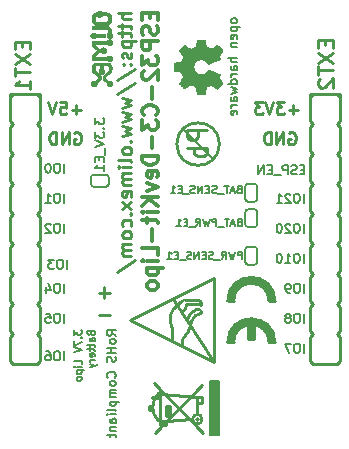
<source format=gbr>
G04 #@! TF.GenerationSoftware,KiCad,Pcbnew,5.1.6-c6e7f7d~87~ubuntu18.04.1*
G04 #@! TF.CreationDate,2022-06-29T16:43:55+03:00*
G04 #@! TF.ProjectId,ESP32-C3-DevKit-Lipo_Rev_A,45535033-322d-4433-932d-4465764b6974,A*
G04 #@! TF.SameCoordinates,Original*
G04 #@! TF.FileFunction,Legend,Bot*
G04 #@! TF.FilePolarity,Positive*
%FSLAX46Y46*%
G04 Gerber Fmt 4.6, Leading zero omitted, Abs format (unit mm)*
G04 Created by KiCad (PCBNEW 5.1.6-c6e7f7d~87~ubuntu18.04.1) date 2022-06-29 16:43:55*
%MOMM*%
%LPD*%
G01*
G04 APERTURE LIST*
%ADD10C,0.254000*%
%ADD11C,0.190500*%
%ADD12C,0.158750*%
%ADD13C,0.317500*%
%ADD14C,0.127000*%
%ADD15C,0.150000*%
%ADD16C,0.200000*%
%ADD17C,0.010000*%
%ADD18C,0.300000*%
%ADD19C,0.009000*%
%ADD20C,0.152400*%
G04 APERTURE END LIST*
D10*
X153936095Y-86432571D02*
X153162000Y-86432571D01*
X153549047Y-86819619D02*
X153549047Y-86045523D01*
X152774952Y-85803619D02*
X152146000Y-85803619D01*
X152484666Y-86190666D01*
X152339523Y-86190666D01*
X152242761Y-86239047D01*
X152194380Y-86287428D01*
X152146000Y-86384190D01*
X152146000Y-86626095D01*
X152194380Y-86722857D01*
X152242761Y-86771238D01*
X152339523Y-86819619D01*
X152629809Y-86819619D01*
X152726571Y-86771238D01*
X152774952Y-86722857D01*
X151855714Y-85803619D02*
X151517047Y-86819619D01*
X151178380Y-85803619D01*
X150936476Y-85803619D02*
X150307523Y-85803619D01*
X150646190Y-86190666D01*
X150501047Y-86190666D01*
X150404285Y-86239047D01*
X150355904Y-86287428D01*
X150307523Y-86384190D01*
X150307523Y-86626095D01*
X150355904Y-86722857D01*
X150404285Y-86771238D01*
X150501047Y-86819619D01*
X150791333Y-86819619D01*
X150888095Y-86771238D01*
X150936476Y-86722857D01*
X153174095Y-88392000D02*
X153270857Y-88343619D01*
X153416000Y-88343619D01*
X153561142Y-88392000D01*
X153657904Y-88488761D01*
X153706285Y-88585523D01*
X153754666Y-88779047D01*
X153754666Y-88924190D01*
X153706285Y-89117714D01*
X153657904Y-89214476D01*
X153561142Y-89311238D01*
X153416000Y-89359619D01*
X153319238Y-89359619D01*
X153174095Y-89311238D01*
X153125714Y-89262857D01*
X153125714Y-88924190D01*
X153319238Y-88924190D01*
X152690285Y-89359619D02*
X152690285Y-88343619D01*
X152109714Y-89359619D01*
X152109714Y-88343619D01*
X151625904Y-89359619D02*
X151625904Y-88343619D01*
X151384000Y-88343619D01*
X151238857Y-88392000D01*
X151142095Y-88488761D01*
X151093714Y-88585523D01*
X151045333Y-88779047D01*
X151045333Y-88924190D01*
X151093714Y-89117714D01*
X151142095Y-89214476D01*
X151238857Y-89311238D01*
X151384000Y-89359619D01*
X151625904Y-89359619D01*
D11*
X154468285Y-91512571D02*
X154214285Y-91512571D01*
X154105428Y-91911714D02*
X154468285Y-91911714D01*
X154468285Y-91149714D01*
X154105428Y-91149714D01*
X153815142Y-91875428D02*
X153706285Y-91911714D01*
X153524857Y-91911714D01*
X153452285Y-91875428D01*
X153416000Y-91839142D01*
X153379714Y-91766571D01*
X153379714Y-91694000D01*
X153416000Y-91621428D01*
X153452285Y-91585142D01*
X153524857Y-91548857D01*
X153670000Y-91512571D01*
X153742571Y-91476285D01*
X153778857Y-91440000D01*
X153815142Y-91367428D01*
X153815142Y-91294857D01*
X153778857Y-91222285D01*
X153742571Y-91186000D01*
X153670000Y-91149714D01*
X153488571Y-91149714D01*
X153379714Y-91186000D01*
X153053142Y-91911714D02*
X153053142Y-91149714D01*
X152762857Y-91149714D01*
X152690285Y-91186000D01*
X152654000Y-91222285D01*
X152617714Y-91294857D01*
X152617714Y-91403714D01*
X152654000Y-91476285D01*
X152690285Y-91512571D01*
X152762857Y-91548857D01*
X153053142Y-91548857D01*
X152472571Y-91984285D02*
X151892000Y-91984285D01*
X151710571Y-91512571D02*
X151456571Y-91512571D01*
X151347714Y-91911714D02*
X151710571Y-91911714D01*
X151710571Y-91149714D01*
X151347714Y-91149714D01*
X151021142Y-91911714D02*
X151021142Y-91149714D01*
X150585714Y-91911714D01*
X150585714Y-91149714D01*
X154413857Y-94324714D02*
X154413857Y-93562714D01*
X153905857Y-93562714D02*
X153760714Y-93562714D01*
X153688142Y-93599000D01*
X153615571Y-93671571D01*
X153579285Y-93816714D01*
X153579285Y-94070714D01*
X153615571Y-94215857D01*
X153688142Y-94288428D01*
X153760714Y-94324714D01*
X153905857Y-94324714D01*
X153978428Y-94288428D01*
X154051000Y-94215857D01*
X154087285Y-94070714D01*
X154087285Y-93816714D01*
X154051000Y-93671571D01*
X153978428Y-93599000D01*
X153905857Y-93562714D01*
X153289000Y-93635285D02*
X153252714Y-93599000D01*
X153180142Y-93562714D01*
X152998714Y-93562714D01*
X152926142Y-93599000D01*
X152889857Y-93635285D01*
X152853571Y-93707857D01*
X152853571Y-93780428D01*
X152889857Y-93889285D01*
X153325285Y-94324714D01*
X152853571Y-94324714D01*
X152127857Y-94324714D02*
X152563285Y-94324714D01*
X152345571Y-94324714D02*
X152345571Y-93562714D01*
X152418142Y-93671571D01*
X152490714Y-93744142D01*
X152563285Y-93780428D01*
X154413857Y-96864714D02*
X154413857Y-96102714D01*
X153905857Y-96102714D02*
X153760714Y-96102714D01*
X153688142Y-96139000D01*
X153615571Y-96211571D01*
X153579285Y-96356714D01*
X153579285Y-96610714D01*
X153615571Y-96755857D01*
X153688142Y-96828428D01*
X153760714Y-96864714D01*
X153905857Y-96864714D01*
X153978428Y-96828428D01*
X154051000Y-96755857D01*
X154087285Y-96610714D01*
X154087285Y-96356714D01*
X154051000Y-96211571D01*
X153978428Y-96139000D01*
X153905857Y-96102714D01*
X153289000Y-96175285D02*
X153252714Y-96139000D01*
X153180142Y-96102714D01*
X152998714Y-96102714D01*
X152926142Y-96139000D01*
X152889857Y-96175285D01*
X152853571Y-96247857D01*
X152853571Y-96320428D01*
X152889857Y-96429285D01*
X153325285Y-96864714D01*
X152853571Y-96864714D01*
X152381857Y-96102714D02*
X152309285Y-96102714D01*
X152236714Y-96139000D01*
X152200428Y-96175285D01*
X152164142Y-96247857D01*
X152127857Y-96393000D01*
X152127857Y-96574428D01*
X152164142Y-96719571D01*
X152200428Y-96792142D01*
X152236714Y-96828428D01*
X152309285Y-96864714D01*
X152381857Y-96864714D01*
X152454428Y-96828428D01*
X152490714Y-96792142D01*
X152527000Y-96719571D01*
X152563285Y-96574428D01*
X152563285Y-96393000D01*
X152527000Y-96247857D01*
X152490714Y-96175285D01*
X152454428Y-96139000D01*
X152381857Y-96102714D01*
X154413857Y-99404714D02*
X154413857Y-98642714D01*
X153905857Y-98642714D02*
X153760714Y-98642714D01*
X153688142Y-98679000D01*
X153615571Y-98751571D01*
X153579285Y-98896714D01*
X153579285Y-99150714D01*
X153615571Y-99295857D01*
X153688142Y-99368428D01*
X153760714Y-99404714D01*
X153905857Y-99404714D01*
X153978428Y-99368428D01*
X154051000Y-99295857D01*
X154087285Y-99150714D01*
X154087285Y-98896714D01*
X154051000Y-98751571D01*
X153978428Y-98679000D01*
X153905857Y-98642714D01*
X152853571Y-99404714D02*
X153289000Y-99404714D01*
X153071285Y-99404714D02*
X153071285Y-98642714D01*
X153143857Y-98751571D01*
X153216428Y-98824142D01*
X153289000Y-98860428D01*
X152381857Y-98642714D02*
X152309285Y-98642714D01*
X152236714Y-98679000D01*
X152200428Y-98715285D01*
X152164142Y-98787857D01*
X152127857Y-98933000D01*
X152127857Y-99114428D01*
X152164142Y-99259571D01*
X152200428Y-99332142D01*
X152236714Y-99368428D01*
X152309285Y-99404714D01*
X152381857Y-99404714D01*
X152454428Y-99368428D01*
X152490714Y-99332142D01*
X152527000Y-99259571D01*
X152563285Y-99114428D01*
X152563285Y-98933000D01*
X152527000Y-98787857D01*
X152490714Y-98715285D01*
X152454428Y-98679000D01*
X152381857Y-98642714D01*
X154432000Y-101944714D02*
X154432000Y-101182714D01*
X153924000Y-101182714D02*
X153778857Y-101182714D01*
X153706285Y-101219000D01*
X153633714Y-101291571D01*
X153597428Y-101436714D01*
X153597428Y-101690714D01*
X153633714Y-101835857D01*
X153706285Y-101908428D01*
X153778857Y-101944714D01*
X153924000Y-101944714D01*
X153996571Y-101908428D01*
X154069142Y-101835857D01*
X154105428Y-101690714D01*
X154105428Y-101436714D01*
X154069142Y-101291571D01*
X153996571Y-101219000D01*
X153924000Y-101182714D01*
X153234571Y-101944714D02*
X153089428Y-101944714D01*
X153016857Y-101908428D01*
X152980571Y-101872142D01*
X152908000Y-101763285D01*
X152871714Y-101618142D01*
X152871714Y-101327857D01*
X152908000Y-101255285D01*
X152944285Y-101219000D01*
X153016857Y-101182714D01*
X153162000Y-101182714D01*
X153234571Y-101219000D01*
X153270857Y-101255285D01*
X153307142Y-101327857D01*
X153307142Y-101509285D01*
X153270857Y-101581857D01*
X153234571Y-101618142D01*
X153162000Y-101654428D01*
X153016857Y-101654428D01*
X152944285Y-101618142D01*
X152908000Y-101581857D01*
X152871714Y-101509285D01*
X154432000Y-104484714D02*
X154432000Y-103722714D01*
X153924000Y-103722714D02*
X153778857Y-103722714D01*
X153706285Y-103759000D01*
X153633714Y-103831571D01*
X153597428Y-103976714D01*
X153597428Y-104230714D01*
X153633714Y-104375857D01*
X153706285Y-104448428D01*
X153778857Y-104484714D01*
X153924000Y-104484714D01*
X153996571Y-104448428D01*
X154069142Y-104375857D01*
X154105428Y-104230714D01*
X154105428Y-103976714D01*
X154069142Y-103831571D01*
X153996571Y-103759000D01*
X153924000Y-103722714D01*
X153162000Y-104049285D02*
X153234571Y-104013000D01*
X153270857Y-103976714D01*
X153307142Y-103904142D01*
X153307142Y-103867857D01*
X153270857Y-103795285D01*
X153234571Y-103759000D01*
X153162000Y-103722714D01*
X153016857Y-103722714D01*
X152944285Y-103759000D01*
X152908000Y-103795285D01*
X152871714Y-103867857D01*
X152871714Y-103904142D01*
X152908000Y-103976714D01*
X152944285Y-104013000D01*
X153016857Y-104049285D01*
X153162000Y-104049285D01*
X153234571Y-104085571D01*
X153270857Y-104121857D01*
X153307142Y-104194428D01*
X153307142Y-104339571D01*
X153270857Y-104412142D01*
X153234571Y-104448428D01*
X153162000Y-104484714D01*
X153016857Y-104484714D01*
X152944285Y-104448428D01*
X152908000Y-104412142D01*
X152871714Y-104339571D01*
X152871714Y-104194428D01*
X152908000Y-104121857D01*
X152944285Y-104085571D01*
X153016857Y-104049285D01*
X154432000Y-107024714D02*
X154432000Y-106262714D01*
X153924000Y-106262714D02*
X153778857Y-106262714D01*
X153706285Y-106299000D01*
X153633714Y-106371571D01*
X153597428Y-106516714D01*
X153597428Y-106770714D01*
X153633714Y-106915857D01*
X153706285Y-106988428D01*
X153778857Y-107024714D01*
X153924000Y-107024714D01*
X153996571Y-106988428D01*
X154069142Y-106915857D01*
X154105428Y-106770714D01*
X154105428Y-106516714D01*
X154069142Y-106371571D01*
X153996571Y-106299000D01*
X153924000Y-106262714D01*
X153343428Y-106262714D02*
X152835428Y-106262714D01*
X153162000Y-107024714D01*
D10*
X138024809Y-103849714D02*
X137057190Y-103849714D01*
D11*
X134112000Y-107659714D02*
X134112000Y-106897714D01*
X133604000Y-106897714D02*
X133458857Y-106897714D01*
X133386285Y-106934000D01*
X133313714Y-107006571D01*
X133277428Y-107151714D01*
X133277428Y-107405714D01*
X133313714Y-107550857D01*
X133386285Y-107623428D01*
X133458857Y-107659714D01*
X133604000Y-107659714D01*
X133676571Y-107623428D01*
X133749142Y-107550857D01*
X133785428Y-107405714D01*
X133785428Y-107151714D01*
X133749142Y-107006571D01*
X133676571Y-106934000D01*
X133604000Y-106897714D01*
X132624285Y-106897714D02*
X132769428Y-106897714D01*
X132842000Y-106934000D01*
X132878285Y-106970285D01*
X132950857Y-107079142D01*
X132987142Y-107224285D01*
X132987142Y-107514571D01*
X132950857Y-107587142D01*
X132914571Y-107623428D01*
X132842000Y-107659714D01*
X132696857Y-107659714D01*
X132624285Y-107623428D01*
X132588000Y-107587142D01*
X132551714Y-107514571D01*
X132551714Y-107333142D01*
X132588000Y-107260571D01*
X132624285Y-107224285D01*
X132696857Y-107188000D01*
X132842000Y-107188000D01*
X132914571Y-107224285D01*
X132950857Y-107260571D01*
X132987142Y-107333142D01*
X134112000Y-104484714D02*
X134112000Y-103722714D01*
X133604000Y-103722714D02*
X133458857Y-103722714D01*
X133386285Y-103759000D01*
X133313714Y-103831571D01*
X133277428Y-103976714D01*
X133277428Y-104230714D01*
X133313714Y-104375857D01*
X133386285Y-104448428D01*
X133458857Y-104484714D01*
X133604000Y-104484714D01*
X133676571Y-104448428D01*
X133749142Y-104375857D01*
X133785428Y-104230714D01*
X133785428Y-103976714D01*
X133749142Y-103831571D01*
X133676571Y-103759000D01*
X133604000Y-103722714D01*
X132588000Y-103722714D02*
X132950857Y-103722714D01*
X132987142Y-104085571D01*
X132950857Y-104049285D01*
X132878285Y-104013000D01*
X132696857Y-104013000D01*
X132624285Y-104049285D01*
X132588000Y-104085571D01*
X132551714Y-104158142D01*
X132551714Y-104339571D01*
X132588000Y-104412142D01*
X132624285Y-104448428D01*
X132696857Y-104484714D01*
X132878285Y-104484714D01*
X132950857Y-104448428D01*
X132987142Y-104412142D01*
X134112000Y-101944714D02*
X134112000Y-101182714D01*
X133604000Y-101182714D02*
X133458857Y-101182714D01*
X133386285Y-101219000D01*
X133313714Y-101291571D01*
X133277428Y-101436714D01*
X133277428Y-101690714D01*
X133313714Y-101835857D01*
X133386285Y-101908428D01*
X133458857Y-101944714D01*
X133604000Y-101944714D01*
X133676571Y-101908428D01*
X133749142Y-101835857D01*
X133785428Y-101690714D01*
X133785428Y-101436714D01*
X133749142Y-101291571D01*
X133676571Y-101219000D01*
X133604000Y-101182714D01*
X132624285Y-101436714D02*
X132624285Y-101944714D01*
X132805714Y-101146428D02*
X132987142Y-101690714D01*
X132515428Y-101690714D01*
X134366000Y-99912714D02*
X134366000Y-99150714D01*
X133858000Y-99150714D02*
X133712857Y-99150714D01*
X133640285Y-99187000D01*
X133567714Y-99259571D01*
X133531428Y-99404714D01*
X133531428Y-99658714D01*
X133567714Y-99803857D01*
X133640285Y-99876428D01*
X133712857Y-99912714D01*
X133858000Y-99912714D01*
X133930571Y-99876428D01*
X134003142Y-99803857D01*
X134039428Y-99658714D01*
X134039428Y-99404714D01*
X134003142Y-99259571D01*
X133930571Y-99187000D01*
X133858000Y-99150714D01*
X133277428Y-99150714D02*
X132805714Y-99150714D01*
X133059714Y-99441000D01*
X132950857Y-99441000D01*
X132878285Y-99477285D01*
X132842000Y-99513571D01*
X132805714Y-99586142D01*
X132805714Y-99767571D01*
X132842000Y-99840142D01*
X132878285Y-99876428D01*
X132950857Y-99912714D01*
X133168571Y-99912714D01*
X133241142Y-99876428D01*
X133277428Y-99840142D01*
X134112000Y-96864714D02*
X134112000Y-96102714D01*
X133604000Y-96102714D02*
X133458857Y-96102714D01*
X133386285Y-96139000D01*
X133313714Y-96211571D01*
X133277428Y-96356714D01*
X133277428Y-96610714D01*
X133313714Y-96755857D01*
X133386285Y-96828428D01*
X133458857Y-96864714D01*
X133604000Y-96864714D01*
X133676571Y-96828428D01*
X133749142Y-96755857D01*
X133785428Y-96610714D01*
X133785428Y-96356714D01*
X133749142Y-96211571D01*
X133676571Y-96139000D01*
X133604000Y-96102714D01*
X132987142Y-96175285D02*
X132950857Y-96139000D01*
X132878285Y-96102714D01*
X132696857Y-96102714D01*
X132624285Y-96139000D01*
X132588000Y-96175285D01*
X132551714Y-96247857D01*
X132551714Y-96320428D01*
X132588000Y-96429285D01*
X133023428Y-96864714D01*
X132551714Y-96864714D01*
X134112000Y-94324714D02*
X134112000Y-93562714D01*
X133604000Y-93562714D02*
X133458857Y-93562714D01*
X133386285Y-93599000D01*
X133313714Y-93671571D01*
X133277428Y-93816714D01*
X133277428Y-94070714D01*
X133313714Y-94215857D01*
X133386285Y-94288428D01*
X133458857Y-94324714D01*
X133604000Y-94324714D01*
X133676571Y-94288428D01*
X133749142Y-94215857D01*
X133785428Y-94070714D01*
X133785428Y-93816714D01*
X133749142Y-93671571D01*
X133676571Y-93599000D01*
X133604000Y-93562714D01*
X132551714Y-94324714D02*
X132987142Y-94324714D01*
X132769428Y-94324714D02*
X132769428Y-93562714D01*
X132842000Y-93671571D01*
X132914571Y-93744142D01*
X132987142Y-93780428D01*
D10*
X139836071Y-78295500D02*
X138693071Y-78295500D01*
X139836071Y-78785357D02*
X139237357Y-78785357D01*
X139128500Y-78730928D01*
X139074071Y-78622071D01*
X139074071Y-78458785D01*
X139128500Y-78349928D01*
X139182928Y-78295500D01*
X139074071Y-79166357D02*
X139074071Y-79601785D01*
X138693071Y-79329642D02*
X139672785Y-79329642D01*
X139781642Y-79384071D01*
X139836071Y-79492928D01*
X139836071Y-79601785D01*
X139074071Y-79819500D02*
X139074071Y-80254928D01*
X138693071Y-79982785D02*
X139672785Y-79982785D01*
X139781642Y-80037214D01*
X139836071Y-80146071D01*
X139836071Y-80254928D01*
X139074071Y-80635928D02*
X140217071Y-80635928D01*
X139128500Y-80635928D02*
X139074071Y-80744785D01*
X139074071Y-80962500D01*
X139128500Y-81071357D01*
X139182928Y-81125785D01*
X139291785Y-81180214D01*
X139618357Y-81180214D01*
X139727214Y-81125785D01*
X139781642Y-81071357D01*
X139836071Y-80962500D01*
X139836071Y-80744785D01*
X139781642Y-80635928D01*
X139781642Y-81615642D02*
X139836071Y-81724500D01*
X139836071Y-81942214D01*
X139781642Y-82051071D01*
X139672785Y-82105500D01*
X139618357Y-82105500D01*
X139509500Y-82051071D01*
X139455071Y-81942214D01*
X139455071Y-81778928D01*
X139400642Y-81670071D01*
X139291785Y-81615642D01*
X139237357Y-81615642D01*
X139128500Y-81670071D01*
X139074071Y-81778928D01*
X139074071Y-81942214D01*
X139128500Y-82051071D01*
X139727214Y-82595357D02*
X139781642Y-82649785D01*
X139836071Y-82595357D01*
X139781642Y-82540928D01*
X139727214Y-82595357D01*
X139836071Y-82595357D01*
X139128500Y-82595357D02*
X139182928Y-82649785D01*
X139237357Y-82595357D01*
X139182928Y-82540928D01*
X139128500Y-82595357D01*
X139237357Y-82595357D01*
X138638642Y-83956071D02*
X140108214Y-82976357D01*
X138638642Y-85153500D02*
X140108214Y-84173785D01*
X139074071Y-85425642D02*
X139836071Y-85643357D01*
X139291785Y-85861071D01*
X139836071Y-86078785D01*
X139074071Y-86296500D01*
X139074071Y-86623071D02*
X139836071Y-86840785D01*
X139291785Y-87058500D01*
X139836071Y-87276214D01*
X139074071Y-87493928D01*
X139074071Y-87820500D02*
X139836071Y-88038214D01*
X139291785Y-88255928D01*
X139836071Y-88473642D01*
X139074071Y-88691357D01*
X139727214Y-89126785D02*
X139781642Y-89181214D01*
X139836071Y-89126785D01*
X139781642Y-89072357D01*
X139727214Y-89126785D01*
X139836071Y-89126785D01*
X139836071Y-89834357D02*
X139781642Y-89725500D01*
X139727214Y-89671071D01*
X139618357Y-89616642D01*
X139291785Y-89616642D01*
X139182928Y-89671071D01*
X139128500Y-89725500D01*
X139074071Y-89834357D01*
X139074071Y-89997642D01*
X139128500Y-90106500D01*
X139182928Y-90160928D01*
X139291785Y-90215357D01*
X139618357Y-90215357D01*
X139727214Y-90160928D01*
X139781642Y-90106500D01*
X139836071Y-89997642D01*
X139836071Y-89834357D01*
X139836071Y-90868500D02*
X139781642Y-90759642D01*
X139672785Y-90705214D01*
X138693071Y-90705214D01*
X139836071Y-91303928D02*
X139074071Y-91303928D01*
X138693071Y-91303928D02*
X138747500Y-91249500D01*
X138801928Y-91303928D01*
X138747500Y-91358357D01*
X138693071Y-91303928D01*
X138801928Y-91303928D01*
X139836071Y-91848214D02*
X139074071Y-91848214D01*
X139182928Y-91848214D02*
X139128500Y-91902642D01*
X139074071Y-92011500D01*
X139074071Y-92174785D01*
X139128500Y-92283642D01*
X139237357Y-92338071D01*
X139836071Y-92338071D01*
X139237357Y-92338071D02*
X139128500Y-92392500D01*
X139074071Y-92501357D01*
X139074071Y-92664642D01*
X139128500Y-92773500D01*
X139237357Y-92827928D01*
X139836071Y-92827928D01*
X139781642Y-93807642D02*
X139836071Y-93698785D01*
X139836071Y-93481071D01*
X139781642Y-93372214D01*
X139672785Y-93317785D01*
X139237357Y-93317785D01*
X139128500Y-93372214D01*
X139074071Y-93481071D01*
X139074071Y-93698785D01*
X139128500Y-93807642D01*
X139237357Y-93862071D01*
X139346214Y-93862071D01*
X139455071Y-93317785D01*
X139836071Y-94243071D02*
X139074071Y-94841785D01*
X139074071Y-94243071D02*
X139836071Y-94841785D01*
X139727214Y-95277214D02*
X139781642Y-95331642D01*
X139836071Y-95277214D01*
X139781642Y-95222785D01*
X139727214Y-95277214D01*
X139836071Y-95277214D01*
X139781642Y-96311357D02*
X139836071Y-96202500D01*
X139836071Y-95984785D01*
X139781642Y-95875928D01*
X139727214Y-95821500D01*
X139618357Y-95767071D01*
X139291785Y-95767071D01*
X139182928Y-95821500D01*
X139128500Y-95875928D01*
X139074071Y-95984785D01*
X139074071Y-96202500D01*
X139128500Y-96311357D01*
X139836071Y-96964500D02*
X139781642Y-96855642D01*
X139727214Y-96801214D01*
X139618357Y-96746785D01*
X139291785Y-96746785D01*
X139182928Y-96801214D01*
X139128500Y-96855642D01*
X139074071Y-96964500D01*
X139074071Y-97127785D01*
X139128500Y-97236642D01*
X139182928Y-97291071D01*
X139291785Y-97345500D01*
X139618357Y-97345500D01*
X139727214Y-97291071D01*
X139781642Y-97236642D01*
X139836071Y-97127785D01*
X139836071Y-96964500D01*
X139836071Y-97835357D02*
X139074071Y-97835357D01*
X139182928Y-97835357D02*
X139128500Y-97889785D01*
X139074071Y-97998642D01*
X139074071Y-98161928D01*
X139128500Y-98270785D01*
X139237357Y-98325214D01*
X139836071Y-98325214D01*
X139237357Y-98325214D02*
X139128500Y-98379642D01*
X139074071Y-98488500D01*
X139074071Y-98651785D01*
X139128500Y-98760642D01*
X139237357Y-98815071D01*
X139836071Y-98815071D01*
X138638642Y-100175785D02*
X140108214Y-99196071D01*
D11*
X134112000Y-91784714D02*
X134112000Y-91022714D01*
X133604000Y-91022714D02*
X133458857Y-91022714D01*
X133386285Y-91059000D01*
X133313714Y-91131571D01*
X133277428Y-91276714D01*
X133277428Y-91530714D01*
X133313714Y-91675857D01*
X133386285Y-91748428D01*
X133458857Y-91784714D01*
X133604000Y-91784714D01*
X133676571Y-91748428D01*
X133749142Y-91675857D01*
X133785428Y-91530714D01*
X133785428Y-91276714D01*
X133749142Y-91131571D01*
X133676571Y-91059000D01*
X133604000Y-91022714D01*
X132805714Y-91022714D02*
X132733142Y-91022714D01*
X132660571Y-91059000D01*
X132624285Y-91095285D01*
X132588000Y-91167857D01*
X132551714Y-91313000D01*
X132551714Y-91494428D01*
X132588000Y-91639571D01*
X132624285Y-91712142D01*
X132660571Y-91748428D01*
X132733142Y-91784714D01*
X132805714Y-91784714D01*
X132878285Y-91748428D01*
X132914571Y-91712142D01*
X132950857Y-91639571D01*
X132987142Y-91494428D01*
X132987142Y-91313000D01*
X132950857Y-91167857D01*
X132914571Y-91095285D01*
X132878285Y-91059000D01*
X132805714Y-91022714D01*
D10*
X135013095Y-88392000D02*
X135109857Y-88343619D01*
X135255000Y-88343619D01*
X135400142Y-88392000D01*
X135496904Y-88488761D01*
X135545285Y-88585523D01*
X135593666Y-88779047D01*
X135593666Y-88924190D01*
X135545285Y-89117714D01*
X135496904Y-89214476D01*
X135400142Y-89311238D01*
X135255000Y-89359619D01*
X135158238Y-89359619D01*
X135013095Y-89311238D01*
X134964714Y-89262857D01*
X134964714Y-88924190D01*
X135158238Y-88924190D01*
X134529285Y-89359619D02*
X134529285Y-88343619D01*
X133948714Y-89359619D01*
X133948714Y-88343619D01*
X133464904Y-89359619D02*
X133464904Y-88343619D01*
X133223000Y-88343619D01*
X133077857Y-88392000D01*
X132981095Y-88488761D01*
X132932714Y-88585523D01*
X132884333Y-88779047D01*
X132884333Y-88924190D01*
X132932714Y-89117714D01*
X132981095Y-89214476D01*
X133077857Y-89311238D01*
X133223000Y-89359619D01*
X133464904Y-89359619D01*
X138024809Y-101944714D02*
X137057190Y-101944714D01*
X137541000Y-102428523D02*
X137541000Y-101460904D01*
D12*
X134986636Y-105095901D02*
X134986636Y-105488997D01*
X135228541Y-105277330D01*
X135228541Y-105368044D01*
X135258779Y-105428520D01*
X135289017Y-105458758D01*
X135349494Y-105488997D01*
X135500684Y-105488997D01*
X135561160Y-105458758D01*
X135591398Y-105428520D01*
X135621636Y-105368044D01*
X135621636Y-105186616D01*
X135591398Y-105126139D01*
X135561160Y-105095901D01*
X135561160Y-105761139D02*
X135591398Y-105791377D01*
X135621636Y-105761139D01*
X135591398Y-105730901D01*
X135561160Y-105761139D01*
X135621636Y-105761139D01*
X134986636Y-106003044D02*
X134986636Y-106426377D01*
X135621636Y-106154235D01*
X134986636Y-106577568D02*
X135621636Y-106789235D01*
X134986636Y-107000901D01*
X135621636Y-107998758D02*
X135621636Y-107696377D01*
X134986636Y-107696377D01*
X135621636Y-108210425D02*
X135198303Y-108210425D01*
X134986636Y-108210425D02*
X135016875Y-108180187D01*
X135047113Y-108210425D01*
X135016875Y-108240663D01*
X134986636Y-108210425D01*
X135047113Y-108210425D01*
X135198303Y-108512806D02*
X135833303Y-108512806D01*
X135228541Y-108512806D02*
X135198303Y-108573282D01*
X135198303Y-108694235D01*
X135228541Y-108754711D01*
X135258779Y-108784949D01*
X135319255Y-108815187D01*
X135500684Y-108815187D01*
X135561160Y-108784949D01*
X135591398Y-108754711D01*
X135621636Y-108694235D01*
X135621636Y-108573282D01*
X135591398Y-108512806D01*
X135621636Y-109178044D02*
X135591398Y-109117568D01*
X135561160Y-109087330D01*
X135500684Y-109057092D01*
X135319255Y-109057092D01*
X135258779Y-109087330D01*
X135228541Y-109117568D01*
X135198303Y-109178044D01*
X135198303Y-109268758D01*
X135228541Y-109329235D01*
X135258779Y-109359473D01*
X135319255Y-109389711D01*
X135500684Y-109389711D01*
X135561160Y-109359473D01*
X135591398Y-109329235D01*
X135621636Y-109268758D01*
X135621636Y-109178044D01*
X136400267Y-105368044D02*
X136430505Y-105458758D01*
X136460744Y-105488997D01*
X136521220Y-105519235D01*
X136611934Y-105519235D01*
X136672410Y-105488997D01*
X136702648Y-105458758D01*
X136732886Y-105398282D01*
X136732886Y-105156377D01*
X136097886Y-105156377D01*
X136097886Y-105368044D01*
X136128125Y-105428520D01*
X136158363Y-105458758D01*
X136218839Y-105488997D01*
X136279315Y-105488997D01*
X136339791Y-105458758D01*
X136370029Y-105428520D01*
X136400267Y-105368044D01*
X136400267Y-105156377D01*
X136732886Y-106063520D02*
X136400267Y-106063520D01*
X136339791Y-106033282D01*
X136309553Y-105972806D01*
X136309553Y-105851854D01*
X136339791Y-105791377D01*
X136702648Y-106063520D02*
X136732886Y-106003044D01*
X136732886Y-105851854D01*
X136702648Y-105791377D01*
X136642172Y-105761139D01*
X136581696Y-105761139D01*
X136521220Y-105791377D01*
X136490982Y-105851854D01*
X136490982Y-106003044D01*
X136460744Y-106063520D01*
X136309553Y-106275187D02*
X136309553Y-106517092D01*
X136097886Y-106365901D02*
X136642172Y-106365901D01*
X136702648Y-106396139D01*
X136732886Y-106456616D01*
X136732886Y-106517092D01*
X136309553Y-106638044D02*
X136309553Y-106879949D01*
X136097886Y-106728758D02*
X136642172Y-106728758D01*
X136702648Y-106758997D01*
X136732886Y-106819473D01*
X136732886Y-106879949D01*
X136702648Y-107333520D02*
X136732886Y-107273044D01*
X136732886Y-107152092D01*
X136702648Y-107091616D01*
X136642172Y-107061377D01*
X136400267Y-107061377D01*
X136339791Y-107091616D01*
X136309553Y-107152092D01*
X136309553Y-107273044D01*
X136339791Y-107333520D01*
X136400267Y-107363758D01*
X136460744Y-107363758D01*
X136521220Y-107061377D01*
X136732886Y-107635901D02*
X136309553Y-107635901D01*
X136430505Y-107635901D02*
X136370029Y-107666139D01*
X136339791Y-107696377D01*
X136309553Y-107756854D01*
X136309553Y-107817330D01*
X136309553Y-107968520D02*
X136732886Y-108119711D01*
X136309553Y-108270901D02*
X136732886Y-108119711D01*
X136884077Y-108059235D01*
X136914315Y-108028997D01*
X136944553Y-107968520D01*
D11*
X138520714Y-105573285D02*
X138157857Y-105319285D01*
X138520714Y-105137857D02*
X137758714Y-105137857D01*
X137758714Y-105428142D01*
X137795000Y-105500714D01*
X137831285Y-105537000D01*
X137903857Y-105573285D01*
X138012714Y-105573285D01*
X138085285Y-105537000D01*
X138121571Y-105500714D01*
X138157857Y-105428142D01*
X138157857Y-105137857D01*
X138520714Y-106008714D02*
X138484428Y-105936142D01*
X138448142Y-105899857D01*
X138375571Y-105863571D01*
X138157857Y-105863571D01*
X138085285Y-105899857D01*
X138049000Y-105936142D01*
X138012714Y-106008714D01*
X138012714Y-106117571D01*
X138049000Y-106190142D01*
X138085285Y-106226428D01*
X138157857Y-106262714D01*
X138375571Y-106262714D01*
X138448142Y-106226428D01*
X138484428Y-106190142D01*
X138520714Y-106117571D01*
X138520714Y-106008714D01*
X138520714Y-106589285D02*
X137758714Y-106589285D01*
X138121571Y-106589285D02*
X138121571Y-107024714D01*
X138520714Y-107024714D02*
X137758714Y-107024714D01*
X138484428Y-107351285D02*
X138520714Y-107460142D01*
X138520714Y-107641571D01*
X138484428Y-107714142D01*
X138448142Y-107750428D01*
X138375571Y-107786714D01*
X138303000Y-107786714D01*
X138230428Y-107750428D01*
X138194142Y-107714142D01*
X138157857Y-107641571D01*
X138121571Y-107496428D01*
X138085285Y-107423857D01*
X138049000Y-107387571D01*
X137976428Y-107351285D01*
X137903857Y-107351285D01*
X137831285Y-107387571D01*
X137795000Y-107423857D01*
X137758714Y-107496428D01*
X137758714Y-107677857D01*
X137795000Y-107786714D01*
X138448142Y-109129285D02*
X138484428Y-109093000D01*
X138520714Y-108984142D01*
X138520714Y-108911571D01*
X138484428Y-108802714D01*
X138411857Y-108730142D01*
X138339285Y-108693857D01*
X138194142Y-108657571D01*
X138085285Y-108657571D01*
X137940142Y-108693857D01*
X137867571Y-108730142D01*
X137795000Y-108802714D01*
X137758714Y-108911571D01*
X137758714Y-108984142D01*
X137795000Y-109093000D01*
X137831285Y-109129285D01*
X138520714Y-109564714D02*
X138484428Y-109492142D01*
X138448142Y-109455857D01*
X138375571Y-109419571D01*
X138157857Y-109419571D01*
X138085285Y-109455857D01*
X138049000Y-109492142D01*
X138012714Y-109564714D01*
X138012714Y-109673571D01*
X138049000Y-109746142D01*
X138085285Y-109782428D01*
X138157857Y-109818714D01*
X138375571Y-109818714D01*
X138448142Y-109782428D01*
X138484428Y-109746142D01*
X138520714Y-109673571D01*
X138520714Y-109564714D01*
X138520714Y-110145285D02*
X138012714Y-110145285D01*
X138085285Y-110145285D02*
X138049000Y-110181571D01*
X138012714Y-110254142D01*
X138012714Y-110363000D01*
X138049000Y-110435571D01*
X138121571Y-110471857D01*
X138520714Y-110471857D01*
X138121571Y-110471857D02*
X138049000Y-110508142D01*
X138012714Y-110580714D01*
X138012714Y-110689571D01*
X138049000Y-110762142D01*
X138121571Y-110798428D01*
X138520714Y-110798428D01*
X138012714Y-111161285D02*
X138774714Y-111161285D01*
X138049000Y-111161285D02*
X138012714Y-111233857D01*
X138012714Y-111379000D01*
X138049000Y-111451571D01*
X138085285Y-111487857D01*
X138157857Y-111524142D01*
X138375571Y-111524142D01*
X138448142Y-111487857D01*
X138484428Y-111451571D01*
X138520714Y-111379000D01*
X138520714Y-111233857D01*
X138484428Y-111161285D01*
X138520714Y-111959571D02*
X138484428Y-111887000D01*
X138411857Y-111850714D01*
X137758714Y-111850714D01*
X138520714Y-112249857D02*
X138012714Y-112249857D01*
X137758714Y-112249857D02*
X137795000Y-112213571D01*
X137831285Y-112249857D01*
X137795000Y-112286142D01*
X137758714Y-112249857D01*
X137831285Y-112249857D01*
X138520714Y-112939285D02*
X138121571Y-112939285D01*
X138049000Y-112903000D01*
X138012714Y-112830428D01*
X138012714Y-112685285D01*
X138049000Y-112612714D01*
X138484428Y-112939285D02*
X138520714Y-112866714D01*
X138520714Y-112685285D01*
X138484428Y-112612714D01*
X138411857Y-112576428D01*
X138339285Y-112576428D01*
X138266714Y-112612714D01*
X138230428Y-112685285D01*
X138230428Y-112866714D01*
X138194142Y-112939285D01*
X138012714Y-113302142D02*
X138520714Y-113302142D01*
X138085285Y-113302142D02*
X138049000Y-113338428D01*
X138012714Y-113411000D01*
X138012714Y-113519857D01*
X138049000Y-113592428D01*
X138121571Y-113628714D01*
X138520714Y-113628714D01*
X138012714Y-113882714D02*
X138012714Y-114173000D01*
X137758714Y-113991571D02*
X138411857Y-113991571D01*
X138484428Y-114027857D01*
X138520714Y-114100428D01*
X138520714Y-114173000D01*
D10*
X135545285Y-86432571D02*
X134771190Y-86432571D01*
X135158238Y-86819619D02*
X135158238Y-86045523D01*
X133803571Y-85803619D02*
X134287380Y-85803619D01*
X134335761Y-86287428D01*
X134287380Y-86239047D01*
X134190619Y-86190666D01*
X133948714Y-86190666D01*
X133851952Y-86239047D01*
X133803571Y-86287428D01*
X133755190Y-86384190D01*
X133755190Y-86626095D01*
X133803571Y-86722857D01*
X133851952Y-86771238D01*
X133948714Y-86819619D01*
X134190619Y-86819619D01*
X134287380Y-86771238D01*
X134335761Y-86722857D01*
X133464904Y-85803619D02*
X133126238Y-86819619D01*
X132787571Y-85803619D01*
D13*
X141383657Y-78217485D02*
X141383657Y-78657752D01*
X142075504Y-78846438D02*
X142075504Y-78217485D01*
X140754704Y-78217485D01*
X140754704Y-78846438D01*
X142012609Y-79349600D02*
X142075504Y-79538285D01*
X142075504Y-79852761D01*
X142012609Y-79978552D01*
X141949714Y-80041447D01*
X141823923Y-80104342D01*
X141698133Y-80104342D01*
X141572342Y-80041447D01*
X141509447Y-79978552D01*
X141446552Y-79852761D01*
X141383657Y-79601180D01*
X141320761Y-79475390D01*
X141257866Y-79412495D01*
X141132076Y-79349600D01*
X141006285Y-79349600D01*
X140880495Y-79412495D01*
X140817600Y-79475390D01*
X140754704Y-79601180D01*
X140754704Y-79915657D01*
X140817600Y-80104342D01*
X142075504Y-80670400D02*
X140754704Y-80670400D01*
X140754704Y-81173561D01*
X140817600Y-81299352D01*
X140880495Y-81362247D01*
X141006285Y-81425142D01*
X141194971Y-81425142D01*
X141320761Y-81362247D01*
X141383657Y-81299352D01*
X141446552Y-81173561D01*
X141446552Y-80670400D01*
X140754704Y-81865409D02*
X140754704Y-82683047D01*
X141257866Y-82242780D01*
X141257866Y-82431466D01*
X141320761Y-82557257D01*
X141383657Y-82620152D01*
X141509447Y-82683047D01*
X141823923Y-82683047D01*
X141949714Y-82620152D01*
X142012609Y-82557257D01*
X142075504Y-82431466D01*
X142075504Y-82054095D01*
X142012609Y-81928304D01*
X141949714Y-81865409D01*
X140880495Y-83186209D02*
X140817600Y-83249104D01*
X140754704Y-83374895D01*
X140754704Y-83689371D01*
X140817600Y-83815161D01*
X140880495Y-83878057D01*
X141006285Y-83940952D01*
X141132076Y-83940952D01*
X141320761Y-83878057D01*
X142075504Y-83123314D01*
X142075504Y-83940952D01*
X141572342Y-84507009D02*
X141572342Y-85513333D01*
X141949714Y-86897028D02*
X142012609Y-86834133D01*
X142075504Y-86645447D01*
X142075504Y-86519657D01*
X142012609Y-86330971D01*
X141886819Y-86205180D01*
X141761028Y-86142285D01*
X141509447Y-86079390D01*
X141320761Y-86079390D01*
X141069180Y-86142285D01*
X140943390Y-86205180D01*
X140817600Y-86330971D01*
X140754704Y-86519657D01*
X140754704Y-86645447D01*
X140817600Y-86834133D01*
X140880495Y-86897028D01*
X140754704Y-87337295D02*
X140754704Y-88154933D01*
X141257866Y-87714666D01*
X141257866Y-87903352D01*
X141320761Y-88029142D01*
X141383657Y-88092038D01*
X141509447Y-88154933D01*
X141823923Y-88154933D01*
X141949714Y-88092038D01*
X142012609Y-88029142D01*
X142075504Y-87903352D01*
X142075504Y-87525980D01*
X142012609Y-87400190D01*
X141949714Y-87337295D01*
X141572342Y-88720990D02*
X141572342Y-89727314D01*
X142075504Y-90356266D02*
X140754704Y-90356266D01*
X140754704Y-90670742D01*
X140817600Y-90859428D01*
X140943390Y-90985219D01*
X141069180Y-91048114D01*
X141320761Y-91111009D01*
X141509447Y-91111009D01*
X141761028Y-91048114D01*
X141886819Y-90985219D01*
X142012609Y-90859428D01*
X142075504Y-90670742D01*
X142075504Y-90356266D01*
X142012609Y-92180228D02*
X142075504Y-92054438D01*
X142075504Y-91802857D01*
X142012609Y-91677066D01*
X141886819Y-91614171D01*
X141383657Y-91614171D01*
X141257866Y-91677066D01*
X141194971Y-91802857D01*
X141194971Y-92054438D01*
X141257866Y-92180228D01*
X141383657Y-92243123D01*
X141509447Y-92243123D01*
X141635238Y-91614171D01*
X141194971Y-92683390D02*
X142075504Y-92997866D01*
X141194971Y-93312342D01*
X142075504Y-93815504D02*
X140754704Y-93815504D01*
X142075504Y-94570247D02*
X141320761Y-94004190D01*
X140754704Y-94570247D02*
X141509447Y-93815504D01*
X142075504Y-95136304D02*
X141194971Y-95136304D01*
X140754704Y-95136304D02*
X140817600Y-95073409D01*
X140880495Y-95136304D01*
X140817600Y-95199200D01*
X140754704Y-95136304D01*
X140880495Y-95136304D01*
X141194971Y-95576571D02*
X141194971Y-96079733D01*
X140754704Y-95765257D02*
X141886819Y-95765257D01*
X142012609Y-95828152D01*
X142075504Y-95953942D01*
X142075504Y-96079733D01*
X141572342Y-96520000D02*
X141572342Y-97526323D01*
X142075504Y-98784228D02*
X142075504Y-98155276D01*
X140754704Y-98155276D01*
X142075504Y-99224495D02*
X141194971Y-99224495D01*
X140754704Y-99224495D02*
X140817600Y-99161600D01*
X140880495Y-99224495D01*
X140817600Y-99287390D01*
X140754704Y-99224495D01*
X140880495Y-99224495D01*
X141194971Y-99853447D02*
X142515771Y-99853447D01*
X141257866Y-99853447D02*
X141194971Y-99979238D01*
X141194971Y-100230819D01*
X141257866Y-100356609D01*
X141320761Y-100419504D01*
X141446552Y-100482400D01*
X141823923Y-100482400D01*
X141949714Y-100419504D01*
X142012609Y-100356609D01*
X142075504Y-100230819D01*
X142075504Y-99979238D01*
X142012609Y-99853447D01*
X142075504Y-101237142D02*
X142012609Y-101111352D01*
X141949714Y-101048457D01*
X141823923Y-100985561D01*
X141446552Y-100985561D01*
X141320761Y-101048457D01*
X141257866Y-101111352D01*
X141194971Y-101237142D01*
X141194971Y-101425828D01*
X141257866Y-101551619D01*
X141320761Y-101614514D01*
X141446552Y-101677409D01*
X141823923Y-101677409D01*
X141949714Y-101614514D01*
X142012609Y-101551619D01*
X142075504Y-101425828D01*
X142075504Y-101237142D01*
D14*
X145542000Y-112649000D02*
G75*
G03*
X145542000Y-112649000I-127000J0D01*
G01*
D10*
X141351000Y-111506000D02*
X141478000Y-111506000D01*
X141478000Y-111506000D02*
X141478000Y-111887000D01*
X141478000Y-111887000D02*
X141351000Y-111887000D01*
X141351000Y-111887000D02*
X141351000Y-111506000D01*
X142875000Y-111633000D02*
X142875000Y-112268000D01*
X142748000Y-111506000D02*
X142748000Y-112395000D01*
X142748000Y-112395000D02*
X143129000Y-112395000D01*
X143129000Y-112395000D02*
X143129000Y-111506000D01*
X143129000Y-111506000D02*
X142748000Y-111506000D01*
X142748000Y-112903000D02*
X142367000Y-112903000D01*
X142367000Y-112903000D02*
X142367000Y-113030000D01*
X142367000Y-113030000D02*
X142748000Y-113030000D01*
X142367000Y-112903000D02*
X142494000Y-112903000D01*
X142240000Y-112903000D02*
X142621000Y-113030000D01*
X142367000Y-112903000D02*
X142494000Y-112903000D01*
X142240000Y-112776000D02*
X142748000Y-112776000D01*
X142748000Y-112776000D02*
X142748000Y-113157000D01*
X142748000Y-113157000D02*
X142240000Y-113157000D01*
X142113000Y-110744000D02*
X141605000Y-110744000D01*
X141605000Y-110744000D02*
X141605000Y-110871000D01*
X141605000Y-110871000D02*
X142113000Y-110871000D01*
X145816609Y-112649000D02*
G75*
G03*
X145816609Y-112649000I-401609J0D01*
G01*
X144907000Y-112649000D02*
X142875000Y-112776000D01*
X145415000Y-110744000D02*
X145796000Y-110744000D01*
X145796000Y-110744000D02*
X145796000Y-111252000D01*
X145796000Y-111252000D02*
X145542000Y-111252000D01*
X142240000Y-110236000D02*
X142240000Y-113157000D01*
X145415000Y-110744000D02*
X142367000Y-110490000D01*
X145415000Y-110744000D02*
X145415000Y-112141000D01*
X145796000Y-109728000D02*
X141859000Y-113792000D01*
X141732000Y-109601000D02*
X145923000Y-113792000D01*
D15*
X147168400Y-109445800D02*
X147168400Y-113865400D01*
X147066800Y-113865400D02*
X147066800Y-109496600D01*
X146863600Y-109445800D02*
X146863600Y-113916200D01*
X146711200Y-109445800D02*
X146711200Y-113865400D01*
X146965200Y-113916200D02*
X146965200Y-109496600D01*
X146812800Y-113916200D02*
X146812800Y-109496600D01*
X146660400Y-109445800D02*
X146660400Y-113916200D01*
X146558800Y-113916200D02*
X146558800Y-109496600D01*
X147270000Y-113967000D02*
X147270000Y-109395000D01*
X147270000Y-109395000D02*
X146508000Y-109395000D01*
X146508000Y-109395000D02*
X146508000Y-113967000D01*
X146508000Y-113967000D02*
X147270000Y-113967000D01*
D10*
X142113000Y-112776000D02*
G75*
G02*
X142113000Y-110490000I1143000J1143000D01*
G01*
D16*
X146639280Y-90517980D02*
X144218660Y-88084660D01*
D10*
X147278197Y-89357200D02*
G75*
G03*
X147278197Y-89357200I-1802237J0D01*
G01*
D17*
G36*
X143419348Y-82907910D02*
G01*
X143419778Y-82986454D01*
X143420942Y-83043298D01*
X143423207Y-83082105D01*
X143426940Y-83106538D01*
X143432506Y-83120262D01*
X143440273Y-83126940D01*
X143450605Y-83130236D01*
X143451943Y-83130556D01*
X143476079Y-83135562D01*
X143523701Y-83144829D01*
X143589741Y-83157392D01*
X143669128Y-83172287D01*
X143756796Y-83188551D01*
X143759875Y-83189119D01*
X143845789Y-83205410D01*
X143921696Y-83220652D01*
X143983045Y-83233861D01*
X144025282Y-83244054D01*
X144043855Y-83250248D01*
X144044184Y-83250543D01*
X144053253Y-83268788D01*
X144068367Y-83306405D01*
X144086262Y-83355271D01*
X144086358Y-83355543D01*
X144109493Y-83417093D01*
X144138965Y-83489657D01*
X144168597Y-83558057D01*
X144170062Y-83561294D01*
X144220626Y-83672702D01*
X144052160Y-83919399D01*
X144000803Y-83995077D01*
X143954889Y-84063631D01*
X143917030Y-84121088D01*
X143889837Y-84163476D01*
X143875921Y-84186825D01*
X143874889Y-84189042D01*
X143879484Y-84206010D01*
X143901655Y-84237701D01*
X143942447Y-84285352D01*
X144002905Y-84350198D01*
X144067227Y-84416397D01*
X144130612Y-84480214D01*
X144188451Y-84537329D01*
X144237175Y-84584305D01*
X144273210Y-84617703D01*
X144292984Y-84634085D01*
X144294002Y-84634694D01*
X144307572Y-84636505D01*
X144329733Y-84629683D01*
X144363478Y-84612540D01*
X144411800Y-84583393D01*
X144477692Y-84540555D01*
X144562517Y-84483448D01*
X144637177Y-84432766D01*
X144704140Y-84387461D01*
X144759516Y-84350150D01*
X144799420Y-84323452D01*
X144819962Y-84309985D01*
X144821356Y-84309137D01*
X144841038Y-84310781D01*
X144879293Y-84323245D01*
X144928889Y-84344048D01*
X144944728Y-84351462D01*
X145015290Y-84383814D01*
X145095353Y-84418328D01*
X145164629Y-84446365D01*
X145216045Y-84466568D01*
X145255119Y-84482615D01*
X145275541Y-84491888D01*
X145277114Y-84493041D01*
X145279721Y-84510096D01*
X145286863Y-84550298D01*
X145297523Y-84608302D01*
X145310685Y-84678763D01*
X145325333Y-84756335D01*
X145340449Y-84835672D01*
X145355018Y-84911431D01*
X145368022Y-84978264D01*
X145378445Y-85030828D01*
X145385270Y-85063776D01*
X145387199Y-85071857D01*
X145391962Y-85080205D01*
X145402718Y-85086506D01*
X145423098Y-85091045D01*
X145456734Y-85094104D01*
X145507255Y-85095967D01*
X145578292Y-85096918D01*
X145673476Y-85097240D01*
X145712492Y-85097257D01*
X146029799Y-85097257D01*
X146044839Y-85021057D01*
X146052995Y-84978663D01*
X146064899Y-84915400D01*
X146079116Y-84838962D01*
X146094210Y-84757043D01*
X146098355Y-84734400D01*
X146113053Y-84658806D01*
X146127505Y-84592953D01*
X146140375Y-84542366D01*
X146150322Y-84512574D01*
X146153287Y-84507612D01*
X146174283Y-84495426D01*
X146214967Y-84477953D01*
X146267322Y-84458577D01*
X146278600Y-84454734D01*
X146348523Y-84429339D01*
X146427418Y-84397817D01*
X146498266Y-84366969D01*
X146498595Y-84366817D01*
X146609733Y-84315447D01*
X146858253Y-84484399D01*
X147106772Y-84653352D01*
X147324058Y-84436429D01*
X147388726Y-84370819D01*
X147445733Y-84310979D01*
X147492033Y-84260267D01*
X147524584Y-84222046D01*
X147540343Y-84199675D01*
X147541343Y-84196466D01*
X147533469Y-84177626D01*
X147511578Y-84139180D01*
X147478267Y-84085330D01*
X147436131Y-84020276D01*
X147388943Y-83949940D01*
X147340810Y-83878555D01*
X147298928Y-83814908D01*
X147265871Y-83763041D01*
X147244218Y-83726995D01*
X147236543Y-83710867D01*
X147243037Y-83691189D01*
X147260150Y-83653875D01*
X147284326Y-83606621D01*
X147287013Y-83601612D01*
X147318927Y-83537977D01*
X147334579Y-83494341D01*
X147334745Y-83467202D01*
X147320204Y-83453057D01*
X147320000Y-83452975D01*
X147302779Y-83445905D01*
X147261899Y-83429042D01*
X147200525Y-83403695D01*
X147121819Y-83371171D01*
X147028947Y-83332778D01*
X146925072Y-83289822D01*
X146824502Y-83248222D01*
X146713516Y-83202504D01*
X146610703Y-83160526D01*
X146519215Y-83123548D01*
X146442201Y-83092827D01*
X146382815Y-83069622D01*
X146344209Y-83055190D01*
X146329800Y-83050743D01*
X146313272Y-83061896D01*
X146286930Y-83091069D01*
X146257887Y-83129971D01*
X146166039Y-83240757D01*
X146060759Y-83327351D01*
X145944266Y-83388716D01*
X145818776Y-83423815D01*
X145686507Y-83431608D01*
X145625457Y-83425943D01*
X145498795Y-83395078D01*
X145386941Y-83341920D01*
X145291001Y-83269767D01*
X145212076Y-83181917D01*
X145151270Y-83081665D01*
X145109687Y-82972310D01*
X145088428Y-82857147D01*
X145088599Y-82739475D01*
X145111301Y-82622590D01*
X145157638Y-82509789D01*
X145228713Y-82404369D01*
X145268911Y-82360368D01*
X145372129Y-82275979D01*
X145484925Y-82217222D01*
X145604010Y-82183704D01*
X145726095Y-82175035D01*
X145847893Y-82190823D01*
X145966116Y-82230678D01*
X146077475Y-82294207D01*
X146178684Y-82381021D01*
X146257887Y-82478029D01*
X146288162Y-82518437D01*
X146314219Y-82546982D01*
X146329825Y-82557257D01*
X146346843Y-82551877D01*
X146387500Y-82536575D01*
X146448642Y-82512612D01*
X146527119Y-82481244D01*
X146619780Y-82443732D01*
X146723472Y-82401333D01*
X146824526Y-82359663D01*
X146935607Y-82313690D01*
X147038541Y-82271107D01*
X147130165Y-82233221D01*
X147207316Y-82201340D01*
X147266831Y-82176771D01*
X147305544Y-82160820D01*
X147320000Y-82154910D01*
X147334685Y-82140948D01*
X147334642Y-82113940D01*
X147319099Y-82070413D01*
X147287284Y-82006890D01*
X147287013Y-82006388D01*
X147262323Y-81958560D01*
X147244338Y-81919897D01*
X147236614Y-81898095D01*
X147236543Y-81897133D01*
X147244378Y-81880721D01*
X147266165Y-81844487D01*
X147299328Y-81792474D01*
X147341291Y-81728725D01*
X147388943Y-81658060D01*
X147437191Y-81586116D01*
X147479151Y-81521274D01*
X147512227Y-81467735D01*
X147533821Y-81429697D01*
X147541343Y-81411533D01*
X147531457Y-81394808D01*
X147503826Y-81361180D01*
X147461495Y-81314010D01*
X147407505Y-81256658D01*
X147344899Y-81192484D01*
X147323983Y-81171497D01*
X147106623Y-80954499D01*
X146864220Y-81119668D01*
X146789781Y-81169864D01*
X146722972Y-81213919D01*
X146667665Y-81249362D01*
X146627729Y-81273719D01*
X146607036Y-81284522D01*
X146605563Y-81284838D01*
X146586058Y-81279143D01*
X146546822Y-81263826D01*
X146494430Y-81241537D01*
X146459355Y-81225893D01*
X146392201Y-81196641D01*
X146324358Y-81169094D01*
X146267034Y-81147737D01*
X146249572Y-81141935D01*
X146202938Y-81125452D01*
X146166905Y-81109340D01*
X146153287Y-81100490D01*
X146144952Y-81080960D01*
X146133137Y-81038334D01*
X146119181Y-80978145D01*
X146104422Y-80905922D01*
X146098355Y-80873600D01*
X146083273Y-80791522D01*
X146068669Y-80712795D01*
X146055980Y-80645109D01*
X146046642Y-80596160D01*
X146044839Y-80586943D01*
X146029799Y-80510743D01*
X145712492Y-80510743D01*
X145608154Y-80510914D01*
X145529213Y-80511616D01*
X145472038Y-80513134D01*
X145432999Y-80515749D01*
X145408465Y-80519746D01*
X145394805Y-80525409D01*
X145388389Y-80533020D01*
X145387199Y-80536143D01*
X145382980Y-80554978D01*
X145374562Y-80596588D01*
X145362961Y-80655630D01*
X145349195Y-80726757D01*
X145334280Y-80804625D01*
X145319232Y-80883887D01*
X145305069Y-80959198D01*
X145292806Y-81025213D01*
X145283461Y-81076587D01*
X145278050Y-81107975D01*
X145277114Y-81114959D01*
X145264596Y-81121285D01*
X145231246Y-81135290D01*
X145183377Y-81154355D01*
X145164629Y-81161634D01*
X145092195Y-81190996D01*
X145012170Y-81225571D01*
X144944728Y-81256537D01*
X144893159Y-81279323D01*
X144850785Y-81294482D01*
X144824834Y-81299542D01*
X144821356Y-81298736D01*
X144804936Y-81288041D01*
X144768417Y-81263620D01*
X144715687Y-81228095D01*
X144650635Y-81184087D01*
X144577151Y-81134217D01*
X144562645Y-81124356D01*
X144476704Y-81066492D01*
X144411261Y-81023956D01*
X144363304Y-80995054D01*
X144329820Y-80978090D01*
X144307795Y-80971367D01*
X144294217Y-80973190D01*
X144294131Y-80973236D01*
X144276297Y-80987586D01*
X144241817Y-81019323D01*
X144194268Y-81065010D01*
X144137222Y-81121204D01*
X144074255Y-81184468D01*
X144067227Y-81191602D01*
X143990020Y-81271330D01*
X143933330Y-81332857D01*
X143896110Y-81377421D01*
X143877315Y-81406257D01*
X143874889Y-81418958D01*
X143885471Y-81437494D01*
X143909916Y-81475961D01*
X143945612Y-81530386D01*
X143989947Y-81596798D01*
X144040311Y-81671225D01*
X144052160Y-81688601D01*
X144220626Y-81935297D01*
X144170062Y-82046706D01*
X144140595Y-82114457D01*
X144110959Y-82187183D01*
X144087330Y-82249703D01*
X144086358Y-82252457D01*
X144068457Y-82301360D01*
X144053320Y-82339057D01*
X144044210Y-82357425D01*
X144044184Y-82357456D01*
X144027717Y-82363285D01*
X143987219Y-82373192D01*
X143927242Y-82386195D01*
X143852340Y-82401309D01*
X143767064Y-82417552D01*
X143759875Y-82418881D01*
X143672014Y-82435175D01*
X143592260Y-82450133D01*
X143525681Y-82462791D01*
X143477347Y-82472186D01*
X143452325Y-82477354D01*
X143451943Y-82477444D01*
X143441299Y-82480589D01*
X143433262Y-82486704D01*
X143427467Y-82499453D01*
X143423547Y-82522500D01*
X143421135Y-82559509D01*
X143419865Y-82614144D01*
X143419371Y-82690067D01*
X143419286Y-82790944D01*
X143419286Y-82804000D01*
X143419348Y-82907910D01*
G37*
X143419348Y-82907910D02*
X143419778Y-82986454D01*
X143420942Y-83043298D01*
X143423207Y-83082105D01*
X143426940Y-83106538D01*
X143432506Y-83120262D01*
X143440273Y-83126940D01*
X143450605Y-83130236D01*
X143451943Y-83130556D01*
X143476079Y-83135562D01*
X143523701Y-83144829D01*
X143589741Y-83157392D01*
X143669128Y-83172287D01*
X143756796Y-83188551D01*
X143759875Y-83189119D01*
X143845789Y-83205410D01*
X143921696Y-83220652D01*
X143983045Y-83233861D01*
X144025282Y-83244054D01*
X144043855Y-83250248D01*
X144044184Y-83250543D01*
X144053253Y-83268788D01*
X144068367Y-83306405D01*
X144086262Y-83355271D01*
X144086358Y-83355543D01*
X144109493Y-83417093D01*
X144138965Y-83489657D01*
X144168597Y-83558057D01*
X144170062Y-83561294D01*
X144220626Y-83672702D01*
X144052160Y-83919399D01*
X144000803Y-83995077D01*
X143954889Y-84063631D01*
X143917030Y-84121088D01*
X143889837Y-84163476D01*
X143875921Y-84186825D01*
X143874889Y-84189042D01*
X143879484Y-84206010D01*
X143901655Y-84237701D01*
X143942447Y-84285352D01*
X144002905Y-84350198D01*
X144067227Y-84416397D01*
X144130612Y-84480214D01*
X144188451Y-84537329D01*
X144237175Y-84584305D01*
X144273210Y-84617703D01*
X144292984Y-84634085D01*
X144294002Y-84634694D01*
X144307572Y-84636505D01*
X144329733Y-84629683D01*
X144363478Y-84612540D01*
X144411800Y-84583393D01*
X144477692Y-84540555D01*
X144562517Y-84483448D01*
X144637177Y-84432766D01*
X144704140Y-84387461D01*
X144759516Y-84350150D01*
X144799420Y-84323452D01*
X144819962Y-84309985D01*
X144821356Y-84309137D01*
X144841038Y-84310781D01*
X144879293Y-84323245D01*
X144928889Y-84344048D01*
X144944728Y-84351462D01*
X145015290Y-84383814D01*
X145095353Y-84418328D01*
X145164629Y-84446365D01*
X145216045Y-84466568D01*
X145255119Y-84482615D01*
X145275541Y-84491888D01*
X145277114Y-84493041D01*
X145279721Y-84510096D01*
X145286863Y-84550298D01*
X145297523Y-84608302D01*
X145310685Y-84678763D01*
X145325333Y-84756335D01*
X145340449Y-84835672D01*
X145355018Y-84911431D01*
X145368022Y-84978264D01*
X145378445Y-85030828D01*
X145385270Y-85063776D01*
X145387199Y-85071857D01*
X145391962Y-85080205D01*
X145402718Y-85086506D01*
X145423098Y-85091045D01*
X145456734Y-85094104D01*
X145507255Y-85095967D01*
X145578292Y-85096918D01*
X145673476Y-85097240D01*
X145712492Y-85097257D01*
X146029799Y-85097257D01*
X146044839Y-85021057D01*
X146052995Y-84978663D01*
X146064899Y-84915400D01*
X146079116Y-84838962D01*
X146094210Y-84757043D01*
X146098355Y-84734400D01*
X146113053Y-84658806D01*
X146127505Y-84592953D01*
X146140375Y-84542366D01*
X146150322Y-84512574D01*
X146153287Y-84507612D01*
X146174283Y-84495426D01*
X146214967Y-84477953D01*
X146267322Y-84458577D01*
X146278600Y-84454734D01*
X146348523Y-84429339D01*
X146427418Y-84397817D01*
X146498266Y-84366969D01*
X146498595Y-84366817D01*
X146609733Y-84315447D01*
X146858253Y-84484399D01*
X147106772Y-84653352D01*
X147324058Y-84436429D01*
X147388726Y-84370819D01*
X147445733Y-84310979D01*
X147492033Y-84260267D01*
X147524584Y-84222046D01*
X147540343Y-84199675D01*
X147541343Y-84196466D01*
X147533469Y-84177626D01*
X147511578Y-84139180D01*
X147478267Y-84085330D01*
X147436131Y-84020276D01*
X147388943Y-83949940D01*
X147340810Y-83878555D01*
X147298928Y-83814908D01*
X147265871Y-83763041D01*
X147244218Y-83726995D01*
X147236543Y-83710867D01*
X147243037Y-83691189D01*
X147260150Y-83653875D01*
X147284326Y-83606621D01*
X147287013Y-83601612D01*
X147318927Y-83537977D01*
X147334579Y-83494341D01*
X147334745Y-83467202D01*
X147320204Y-83453057D01*
X147320000Y-83452975D01*
X147302779Y-83445905D01*
X147261899Y-83429042D01*
X147200525Y-83403695D01*
X147121819Y-83371171D01*
X147028947Y-83332778D01*
X146925072Y-83289822D01*
X146824502Y-83248222D01*
X146713516Y-83202504D01*
X146610703Y-83160526D01*
X146519215Y-83123548D01*
X146442201Y-83092827D01*
X146382815Y-83069622D01*
X146344209Y-83055190D01*
X146329800Y-83050743D01*
X146313272Y-83061896D01*
X146286930Y-83091069D01*
X146257887Y-83129971D01*
X146166039Y-83240757D01*
X146060759Y-83327351D01*
X145944266Y-83388716D01*
X145818776Y-83423815D01*
X145686507Y-83431608D01*
X145625457Y-83425943D01*
X145498795Y-83395078D01*
X145386941Y-83341920D01*
X145291001Y-83269767D01*
X145212076Y-83181917D01*
X145151270Y-83081665D01*
X145109687Y-82972310D01*
X145088428Y-82857147D01*
X145088599Y-82739475D01*
X145111301Y-82622590D01*
X145157638Y-82509789D01*
X145228713Y-82404369D01*
X145268911Y-82360368D01*
X145372129Y-82275979D01*
X145484925Y-82217222D01*
X145604010Y-82183704D01*
X145726095Y-82175035D01*
X145847893Y-82190823D01*
X145966116Y-82230678D01*
X146077475Y-82294207D01*
X146178684Y-82381021D01*
X146257887Y-82478029D01*
X146288162Y-82518437D01*
X146314219Y-82546982D01*
X146329825Y-82557257D01*
X146346843Y-82551877D01*
X146387500Y-82536575D01*
X146448642Y-82512612D01*
X146527119Y-82481244D01*
X146619780Y-82443732D01*
X146723472Y-82401333D01*
X146824526Y-82359663D01*
X146935607Y-82313690D01*
X147038541Y-82271107D01*
X147130165Y-82233221D01*
X147207316Y-82201340D01*
X147266831Y-82176771D01*
X147305544Y-82160820D01*
X147320000Y-82154910D01*
X147334685Y-82140948D01*
X147334642Y-82113940D01*
X147319099Y-82070413D01*
X147287284Y-82006890D01*
X147287013Y-82006388D01*
X147262323Y-81958560D01*
X147244338Y-81919897D01*
X147236614Y-81898095D01*
X147236543Y-81897133D01*
X147244378Y-81880721D01*
X147266165Y-81844487D01*
X147299328Y-81792474D01*
X147341291Y-81728725D01*
X147388943Y-81658060D01*
X147437191Y-81586116D01*
X147479151Y-81521274D01*
X147512227Y-81467735D01*
X147533821Y-81429697D01*
X147541343Y-81411533D01*
X147531457Y-81394808D01*
X147503826Y-81361180D01*
X147461495Y-81314010D01*
X147407505Y-81256658D01*
X147344899Y-81192484D01*
X147323983Y-81171497D01*
X147106623Y-80954499D01*
X146864220Y-81119668D01*
X146789781Y-81169864D01*
X146722972Y-81213919D01*
X146667665Y-81249362D01*
X146627729Y-81273719D01*
X146607036Y-81284522D01*
X146605563Y-81284838D01*
X146586058Y-81279143D01*
X146546822Y-81263826D01*
X146494430Y-81241537D01*
X146459355Y-81225893D01*
X146392201Y-81196641D01*
X146324358Y-81169094D01*
X146267034Y-81147737D01*
X146249572Y-81141935D01*
X146202938Y-81125452D01*
X146166905Y-81109340D01*
X146153287Y-81100490D01*
X146144952Y-81080960D01*
X146133137Y-81038334D01*
X146119181Y-80978145D01*
X146104422Y-80905922D01*
X146098355Y-80873600D01*
X146083273Y-80791522D01*
X146068669Y-80712795D01*
X146055980Y-80645109D01*
X146046642Y-80596160D01*
X146044839Y-80586943D01*
X146029799Y-80510743D01*
X145712492Y-80510743D01*
X145608154Y-80510914D01*
X145529213Y-80511616D01*
X145472038Y-80513134D01*
X145432999Y-80515749D01*
X145408465Y-80519746D01*
X145394805Y-80525409D01*
X145388389Y-80533020D01*
X145387199Y-80536143D01*
X145382980Y-80554978D01*
X145374562Y-80596588D01*
X145362961Y-80655630D01*
X145349195Y-80726757D01*
X145334280Y-80804625D01*
X145319232Y-80883887D01*
X145305069Y-80959198D01*
X145292806Y-81025213D01*
X145283461Y-81076587D01*
X145278050Y-81107975D01*
X145277114Y-81114959D01*
X145264596Y-81121285D01*
X145231246Y-81135290D01*
X145183377Y-81154355D01*
X145164629Y-81161634D01*
X145092195Y-81190996D01*
X145012170Y-81225571D01*
X144944728Y-81256537D01*
X144893159Y-81279323D01*
X144850785Y-81294482D01*
X144824834Y-81299542D01*
X144821356Y-81298736D01*
X144804936Y-81288041D01*
X144768417Y-81263620D01*
X144715687Y-81228095D01*
X144650635Y-81184087D01*
X144577151Y-81134217D01*
X144562645Y-81124356D01*
X144476704Y-81066492D01*
X144411261Y-81023956D01*
X144363304Y-80995054D01*
X144329820Y-80978090D01*
X144307795Y-80971367D01*
X144294217Y-80973190D01*
X144294131Y-80973236D01*
X144276297Y-80987586D01*
X144241817Y-81019323D01*
X144194268Y-81065010D01*
X144137222Y-81121204D01*
X144074255Y-81184468D01*
X144067227Y-81191602D01*
X143990020Y-81271330D01*
X143933330Y-81332857D01*
X143896110Y-81377421D01*
X143877315Y-81406257D01*
X143874889Y-81418958D01*
X143885471Y-81437494D01*
X143909916Y-81475961D01*
X143945612Y-81530386D01*
X143989947Y-81596798D01*
X144040311Y-81671225D01*
X144052160Y-81688601D01*
X144220626Y-81935297D01*
X144170062Y-82046706D01*
X144140595Y-82114457D01*
X144110959Y-82187183D01*
X144087330Y-82249703D01*
X144086358Y-82252457D01*
X144068457Y-82301360D01*
X144053320Y-82339057D01*
X144044210Y-82357425D01*
X144044184Y-82357456D01*
X144027717Y-82363285D01*
X143987219Y-82373192D01*
X143927242Y-82386195D01*
X143852340Y-82401309D01*
X143767064Y-82417552D01*
X143759875Y-82418881D01*
X143672014Y-82435175D01*
X143592260Y-82450133D01*
X143525681Y-82462791D01*
X143477347Y-82472186D01*
X143452325Y-82477354D01*
X143451943Y-82477444D01*
X143441299Y-82480589D01*
X143433262Y-82486704D01*
X143427467Y-82499453D01*
X143423547Y-82522500D01*
X143421135Y-82559509D01*
X143419865Y-82614144D01*
X143419371Y-82690067D01*
X143419286Y-82790944D01*
X143419286Y-82804000D01*
X143419348Y-82907910D01*
D10*
X139700000Y-104267000D02*
X146812000Y-100711000D01*
X146812000Y-100711000D02*
X146812000Y-107823000D01*
X146812000Y-107823000D02*
X144145000Y-106489500D01*
X144145000Y-106489500D02*
X143256000Y-106045000D01*
X143256000Y-106045000D02*
X139700000Y-104267000D01*
X143319500Y-102489000D02*
X146812000Y-107823000D01*
X143256000Y-104863900D02*
X143256000Y-106045000D01*
X144145000Y-106489500D02*
X144145000Y-106172000D01*
X145732500Y-103505000D02*
X145732500Y-103657400D01*
X144335500Y-102552500D02*
X145415000Y-102552500D01*
X145732500Y-102997000D02*
X145605500Y-102997000D01*
X145542000Y-102933500D02*
X144526000Y-102933500D01*
X145542000Y-102933500D02*
X145542000Y-102870000D01*
X145542000Y-102870000D02*
G75*
G02*
X145669000Y-102743000I127000J0D01*
G01*
X145605500Y-102997000D02*
G75*
G02*
X145542000Y-102933500I0J63500D01*
G01*
X145798545Y-102935929D02*
G75*
G02*
X145732500Y-102997000I-63505J2429D01*
G01*
X145415000Y-102552500D02*
G75*
G02*
X145796000Y-102933500I0J-381000D01*
G01*
X144019575Y-102741952D02*
G75*
G02*
X144335500Y-102552500I315925J-168688D01*
G01*
X144018142Y-102744451D02*
G75*
G02*
X143700500Y-103060500I-792622J478971D01*
G01*
X144527845Y-102935065D02*
G75*
G02*
X144081500Y-103632000I-1007685J153965D01*
G01*
X145288674Y-103378932D02*
G75*
G02*
X145605500Y-103378000I159346J-316568D01*
G01*
X145605600Y-103378033D02*
G75*
G02*
X145732500Y-103505000I-63600J-190467D01*
G01*
X144844493Y-104706725D02*
G75*
G02*
X144970500Y-104267000I3709947J-825195D01*
G01*
X144971965Y-104267085D02*
G75*
G02*
X145732500Y-103695500I808795J-284395D01*
G01*
X144527166Y-104329292D02*
G75*
G02*
X145288000Y-103378000I1332334J-285688D01*
G01*
X144781576Y-104841539D02*
G75*
G02*
X144335500Y-105664000I-1253796J147819D01*
G01*
X144145474Y-106172699D02*
G75*
G02*
X144335500Y-105664000I604046J64199D01*
G01*
X143194114Y-104648085D02*
G75*
G02*
X143256000Y-104863900I-230214J-182795D01*
G01*
X143192678Y-104647279D02*
G75*
G02*
X143700500Y-103060500I1274902J466639D01*
G01*
X147987000Y-102644000D02*
X148487000Y-102644000D01*
X151487000Y-102644000D02*
X151987000Y-102644000D01*
X151487000Y-106144000D02*
X151987000Y-106144000D01*
X147987000Y-106144000D02*
X148487000Y-106144000D01*
X149737000Y-104644000D02*
X149737000Y-105894000D01*
X149737000Y-105894000D02*
X150237000Y-105894000D01*
X150237000Y-105894000D02*
X150237000Y-104644000D01*
X149987000Y-105894000D02*
X149987000Y-104644000D01*
X151987000Y-106144000D02*
G75*
G03*
X147987000Y-106144000I-2000000J0D01*
G01*
D18*
X151737000Y-106094020D02*
G75*
G03*
X148237000Y-106094000I-1750000J-49980D01*
G01*
D10*
X151487000Y-106144000D02*
G75*
G03*
X148487000Y-106144000I-1500000J0D01*
G01*
D18*
X151737000Y-102594020D02*
G75*
G03*
X148237000Y-102594000I-1750000J-49980D01*
G01*
D10*
X151987000Y-102644000D02*
G75*
G03*
X147987000Y-102644000I-2000000J0D01*
G01*
X151487000Y-102644000D02*
G75*
G03*
X148487000Y-102644000I-1500000J0D01*
G01*
D19*
G36*
X137959094Y-80400842D02*
G01*
X138007273Y-80398654D01*
X138050558Y-80388694D01*
X138064742Y-80382745D01*
X138101381Y-80359207D01*
X138137932Y-80326461D01*
X138169350Y-80289560D01*
X138187900Y-80259422D01*
X138195740Y-80236060D01*
X137968990Y-80236060D01*
X137934795Y-80232993D01*
X137912738Y-80222425D01*
X137900723Y-80202302D01*
X137896655Y-80170571D01*
X137896600Y-80165126D01*
X137898375Y-80139471D01*
X137902908Y-80118642D01*
X137906329Y-80111368D01*
X137924325Y-80098147D01*
X137950871Y-80091167D01*
X137980647Y-80090437D01*
X138008330Y-80095968D01*
X138028597Y-80107768D01*
X138031483Y-80111138D01*
X138039266Y-80131243D01*
X138041816Y-80158749D01*
X138039429Y-80187520D01*
X138032406Y-80211420D01*
X138026140Y-80220820D01*
X138011456Y-80230675D01*
X137989999Y-80235275D01*
X137968990Y-80236060D01*
X138195740Y-80236060D01*
X138199973Y-80223446D01*
X138206359Y-80180351D01*
X138206700Y-80136433D01*
X138200637Y-80097990D01*
X138197617Y-80088730D01*
X138182013Y-80057232D01*
X138159825Y-80024103D01*
X138134987Y-79994560D01*
X138111432Y-79973817D01*
X138110459Y-79973170D01*
X138087144Y-79957930D01*
X138087122Y-79795760D01*
X138086844Y-79736492D01*
X138085956Y-79690586D01*
X138084349Y-79656176D01*
X138081914Y-79631391D01*
X138078544Y-79614363D01*
X138076176Y-79607445D01*
X138066540Y-79592116D01*
X138047971Y-79568862D01*
X138022670Y-79539949D01*
X137992840Y-79507643D01*
X137960686Y-79474208D01*
X137928409Y-79441910D01*
X137898213Y-79413015D01*
X137872300Y-79389788D01*
X137852874Y-79374495D01*
X137845410Y-79370136D01*
X137838664Y-79368273D01*
X137827195Y-79366637D01*
X137810117Y-79365213D01*
X137786543Y-79363988D01*
X137755586Y-79362951D01*
X137716358Y-79362086D01*
X137667974Y-79361381D01*
X137609546Y-79360822D01*
X137540186Y-79360397D01*
X137459009Y-79360091D01*
X137365128Y-79359892D01*
X137257654Y-79359787D01*
X137153895Y-79359760D01*
X136486900Y-79359760D01*
X136486900Y-79477870D01*
X136486900Y-79595980D01*
X137117659Y-79595980D01*
X137748419Y-79595980D01*
X137799649Y-79647606D01*
X137850880Y-79699232D01*
X137850858Y-79828581D01*
X137850836Y-79957930D01*
X137827521Y-79973170D01*
X137805018Y-79992566D01*
X137780525Y-80020957D01*
X137757942Y-80053281D01*
X137741166Y-80084477D01*
X137740345Y-80086403D01*
X137730490Y-80125253D01*
X137728731Y-80170671D01*
X137734766Y-80216507D01*
X137748292Y-80256611D01*
X137748771Y-80257583D01*
X137777317Y-80302011D01*
X137815143Y-80342501D01*
X137857504Y-80374246D01*
X137871683Y-80381992D01*
X137911928Y-80395280D01*
X137959094Y-80400842D01*
G37*
X137959094Y-80400842D02*
X138007273Y-80398654D01*
X138050558Y-80388694D01*
X138064742Y-80382745D01*
X138101381Y-80359207D01*
X138137932Y-80326461D01*
X138169350Y-80289560D01*
X138187900Y-80259422D01*
X138195740Y-80236060D01*
X137968990Y-80236060D01*
X137934795Y-80232993D01*
X137912738Y-80222425D01*
X137900723Y-80202302D01*
X137896655Y-80170571D01*
X137896600Y-80165126D01*
X137898375Y-80139471D01*
X137902908Y-80118642D01*
X137906329Y-80111368D01*
X137924325Y-80098147D01*
X137950871Y-80091167D01*
X137980647Y-80090437D01*
X138008330Y-80095968D01*
X138028597Y-80107768D01*
X138031483Y-80111138D01*
X138039266Y-80131243D01*
X138041816Y-80158749D01*
X138039429Y-80187520D01*
X138032406Y-80211420D01*
X138026140Y-80220820D01*
X138011456Y-80230675D01*
X137989999Y-80235275D01*
X137968990Y-80236060D01*
X138195740Y-80236060D01*
X138199973Y-80223446D01*
X138206359Y-80180351D01*
X138206700Y-80136433D01*
X138200637Y-80097990D01*
X138197617Y-80088730D01*
X138182013Y-80057232D01*
X138159825Y-80024103D01*
X138134987Y-79994560D01*
X138111432Y-79973817D01*
X138110459Y-79973170D01*
X138087144Y-79957930D01*
X138087122Y-79795760D01*
X138086844Y-79736492D01*
X138085956Y-79690586D01*
X138084349Y-79656176D01*
X138081914Y-79631391D01*
X138078544Y-79614363D01*
X138076176Y-79607445D01*
X138066540Y-79592116D01*
X138047971Y-79568862D01*
X138022670Y-79539949D01*
X137992840Y-79507643D01*
X137960686Y-79474208D01*
X137928409Y-79441910D01*
X137898213Y-79413015D01*
X137872300Y-79389788D01*
X137852874Y-79374495D01*
X137845410Y-79370136D01*
X137838664Y-79368273D01*
X137827195Y-79366637D01*
X137810117Y-79365213D01*
X137786543Y-79363988D01*
X137755586Y-79362951D01*
X137716358Y-79362086D01*
X137667974Y-79361381D01*
X137609546Y-79360822D01*
X137540186Y-79360397D01*
X137459009Y-79360091D01*
X137365128Y-79359892D01*
X137257654Y-79359787D01*
X137153895Y-79359760D01*
X136486900Y-79359760D01*
X136486900Y-79477870D01*
X136486900Y-79595980D01*
X137117659Y-79595980D01*
X137748419Y-79595980D01*
X137799649Y-79647606D01*
X137850880Y-79699232D01*
X137850858Y-79828581D01*
X137850836Y-79957930D01*
X137827521Y-79973170D01*
X137805018Y-79992566D01*
X137780525Y-80020957D01*
X137757942Y-80053281D01*
X137741166Y-80084477D01*
X137740345Y-80086403D01*
X137730490Y-80125253D01*
X137728731Y-80170671D01*
X137734766Y-80216507D01*
X137748292Y-80256611D01*
X137748771Y-80257583D01*
X137777317Y-80302011D01*
X137815143Y-80342501D01*
X137857504Y-80374246D01*
X137871683Y-80381992D01*
X137911928Y-80395280D01*
X137959094Y-80400842D01*
G36*
X137944021Y-82345057D02*
G01*
X137992796Y-82344454D01*
X138039946Y-82335170D01*
X138064742Y-82325576D01*
X138101127Y-82302415D01*
X138137594Y-82269912D01*
X138169112Y-82233084D01*
X138188065Y-82202522D01*
X138195681Y-82179160D01*
X137968990Y-82179160D01*
X137934795Y-82176093D01*
X137912738Y-82165525D01*
X137900723Y-82145402D01*
X137896655Y-82113671D01*
X137896600Y-82108226D01*
X137898375Y-82082571D01*
X137902908Y-82061742D01*
X137906329Y-82054468D01*
X137924325Y-82041247D01*
X137950871Y-82034267D01*
X137980647Y-82033537D01*
X138008330Y-82039068D01*
X138028597Y-82050868D01*
X138031483Y-82054238D01*
X138039266Y-82074343D01*
X138041816Y-82101849D01*
X138039429Y-82130620D01*
X138032406Y-82154520D01*
X138026140Y-82163920D01*
X138011456Y-82173775D01*
X137989999Y-82178375D01*
X137968990Y-82179160D01*
X138195681Y-82179160D01*
X138201041Y-82162719D01*
X138206235Y-82115735D01*
X138203672Y-82067475D01*
X138193373Y-82023850D01*
X138187312Y-82009463D01*
X138159247Y-81966301D01*
X138120753Y-81926304D01*
X138076570Y-81894119D01*
X138061204Y-81885835D01*
X138018365Y-81871288D01*
X137970759Y-81865474D01*
X137924372Y-81868683D01*
X137892862Y-81877649D01*
X137861163Y-81894220D01*
X137828285Y-81916769D01*
X137799253Y-81941444D01*
X137779092Y-81964396D01*
X137778490Y-81965301D01*
X137763250Y-81988616D01*
X137243185Y-81988638D01*
X136723120Y-81988660D01*
X136723120Y-81956219D01*
X136723327Y-81947486D01*
X136724644Y-81939286D01*
X136728112Y-81930402D01*
X136734775Y-81919618D01*
X136745673Y-81905714D01*
X136761850Y-81887476D01*
X136784347Y-81863683D01*
X136814208Y-81833121D01*
X136852473Y-81794571D01*
X136900186Y-81746816D01*
X136915580Y-81731429D01*
X137108040Y-81539080D01*
X137180375Y-81539102D01*
X137213999Y-81539267D01*
X137235842Y-81540354D01*
X137249361Y-81543283D01*
X137258015Y-81548977D01*
X137265263Y-81558356D01*
X137267950Y-81562439D01*
X137290062Y-81587862D01*
X137321597Y-81613698D01*
X137357331Y-81636162D01*
X137389820Y-81650732D01*
X137433481Y-81659257D01*
X137482256Y-81658654D01*
X137529406Y-81649370D01*
X137554202Y-81639776D01*
X137590587Y-81616615D01*
X137627053Y-81584112D01*
X137658572Y-81547284D01*
X137677524Y-81516722D01*
X137685141Y-81493360D01*
X137458450Y-81493360D01*
X137424255Y-81490293D01*
X137402198Y-81479725D01*
X137390183Y-81459602D01*
X137386115Y-81427871D01*
X137386060Y-81422426D01*
X137387835Y-81396771D01*
X137392368Y-81375942D01*
X137395789Y-81368668D01*
X137413785Y-81355447D01*
X137440331Y-81348467D01*
X137470107Y-81347737D01*
X137497790Y-81353268D01*
X137518057Y-81365068D01*
X137520943Y-81368438D01*
X137528726Y-81388543D01*
X137531276Y-81416049D01*
X137528889Y-81444820D01*
X137521866Y-81468720D01*
X137515600Y-81478120D01*
X137500916Y-81487975D01*
X137479459Y-81492575D01*
X137458450Y-81493360D01*
X137685141Y-81493360D01*
X137690501Y-81476919D01*
X137695695Y-81429935D01*
X137693132Y-81381675D01*
X137682833Y-81338050D01*
X137676772Y-81323664D01*
X137648707Y-81280501D01*
X137610213Y-81240504D01*
X137566030Y-81208319D01*
X137550664Y-81200035D01*
X137507825Y-81185488D01*
X137460219Y-81179674D01*
X137413832Y-81182883D01*
X137382322Y-81191849D01*
X137350623Y-81208420D01*
X137317745Y-81230969D01*
X137288713Y-81255644D01*
X137268552Y-81278596D01*
X137267950Y-81279501D01*
X137260405Y-81290306D01*
X137252600Y-81297120D01*
X137241078Y-81300864D01*
X137222379Y-81302460D01*
X137193046Y-81302828D01*
X137180375Y-81302838D01*
X137108040Y-81302860D01*
X136915580Y-81110511D01*
X136864999Y-81059924D01*
X136824160Y-81018887D01*
X136792022Y-80986183D01*
X136767543Y-80960594D01*
X136749679Y-80940904D01*
X136737390Y-80925895D01*
X136729632Y-80914350D01*
X136725364Y-80905051D01*
X136723543Y-80896781D01*
X136723127Y-80888323D01*
X136723120Y-80885721D01*
X136723120Y-80853280D01*
X137243185Y-80853302D01*
X137763250Y-80853324D01*
X137778490Y-80876639D01*
X137800602Y-80902062D01*
X137832137Y-80927898D01*
X137867871Y-80950362D01*
X137900360Y-80964932D01*
X137944021Y-80973457D01*
X137992796Y-80972854D01*
X138039946Y-80963570D01*
X138064742Y-80953976D01*
X138101213Y-80930756D01*
X138137694Y-80898205D01*
X138169136Y-80861367D01*
X138187900Y-80830922D01*
X138195751Y-80807560D01*
X137968990Y-80807560D01*
X137934795Y-80804493D01*
X137912738Y-80793925D01*
X137900723Y-80773802D01*
X137896655Y-80742071D01*
X137896600Y-80736626D01*
X137898375Y-80710971D01*
X137902908Y-80690142D01*
X137906329Y-80682868D01*
X137924325Y-80669647D01*
X137950871Y-80662667D01*
X137980647Y-80661937D01*
X138008330Y-80667468D01*
X138028597Y-80679268D01*
X138031483Y-80682638D01*
X138039266Y-80702743D01*
X138041816Y-80730249D01*
X138039429Y-80759020D01*
X138032406Y-80782920D01*
X138026140Y-80792320D01*
X138011456Y-80802175D01*
X137989999Y-80806775D01*
X137968990Y-80807560D01*
X138195751Y-80807560D01*
X138199874Y-80795292D01*
X138206290Y-80752536D01*
X138206784Y-80708917D01*
X138200993Y-80670697D01*
X138197770Y-80660674D01*
X138171326Y-80610807D01*
X138133044Y-80565449D01*
X138086288Y-80528000D01*
X138044577Y-80505823D01*
X138013138Y-80497731D01*
X137974049Y-80494648D01*
X137934051Y-80496564D01*
X137899885Y-80503468D01*
X137892862Y-80506049D01*
X137861163Y-80522620D01*
X137828285Y-80545169D01*
X137799253Y-80569844D01*
X137779092Y-80592796D01*
X137778490Y-80593701D01*
X137763250Y-80617016D01*
X137125075Y-80617038D01*
X136486900Y-80617060D01*
X136486900Y-80799444D01*
X136487240Y-80858251D01*
X136488214Y-80909650D01*
X136489748Y-80951798D01*
X136491771Y-80982855D01*
X136494211Y-81000979D01*
X136494880Y-81003279D01*
X136501977Y-81013473D01*
X136518654Y-81033018D01*
X136543643Y-81060561D01*
X136575674Y-81094748D01*
X136613481Y-81134224D01*
X136655795Y-81177637D01*
X136700621Y-81222904D01*
X136898383Y-81421079D01*
X136703304Y-81615335D01*
X136657887Y-81660938D01*
X136615625Y-81704097D01*
X136577823Y-81743422D01*
X136545791Y-81777523D01*
X136520835Y-81805009D01*
X136504264Y-81824491D01*
X136497563Y-81834110D01*
X136493940Y-81846272D01*
X136491172Y-81865130D01*
X136489172Y-81892393D01*
X136487852Y-81929768D01*
X136487123Y-81978961D01*
X136486900Y-82041679D01*
X136486900Y-82041755D01*
X136486900Y-82224880D01*
X137125075Y-82224902D01*
X137763250Y-82224924D01*
X137778490Y-82248239D01*
X137800602Y-82273662D01*
X137832137Y-82299498D01*
X137867871Y-82321962D01*
X137900360Y-82336532D01*
X137944021Y-82345057D01*
G37*
X137944021Y-82345057D02*
X137992796Y-82344454D01*
X138039946Y-82335170D01*
X138064742Y-82325576D01*
X138101127Y-82302415D01*
X138137594Y-82269912D01*
X138169112Y-82233084D01*
X138188065Y-82202522D01*
X138195681Y-82179160D01*
X137968990Y-82179160D01*
X137934795Y-82176093D01*
X137912738Y-82165525D01*
X137900723Y-82145402D01*
X137896655Y-82113671D01*
X137896600Y-82108226D01*
X137898375Y-82082571D01*
X137902908Y-82061742D01*
X137906329Y-82054468D01*
X137924325Y-82041247D01*
X137950871Y-82034267D01*
X137980647Y-82033537D01*
X138008330Y-82039068D01*
X138028597Y-82050868D01*
X138031483Y-82054238D01*
X138039266Y-82074343D01*
X138041816Y-82101849D01*
X138039429Y-82130620D01*
X138032406Y-82154520D01*
X138026140Y-82163920D01*
X138011456Y-82173775D01*
X137989999Y-82178375D01*
X137968990Y-82179160D01*
X138195681Y-82179160D01*
X138201041Y-82162719D01*
X138206235Y-82115735D01*
X138203672Y-82067475D01*
X138193373Y-82023850D01*
X138187312Y-82009463D01*
X138159247Y-81966301D01*
X138120753Y-81926304D01*
X138076570Y-81894119D01*
X138061204Y-81885835D01*
X138018365Y-81871288D01*
X137970759Y-81865474D01*
X137924372Y-81868683D01*
X137892862Y-81877649D01*
X137861163Y-81894220D01*
X137828285Y-81916769D01*
X137799253Y-81941444D01*
X137779092Y-81964396D01*
X137778490Y-81965301D01*
X137763250Y-81988616D01*
X137243185Y-81988638D01*
X136723120Y-81988660D01*
X136723120Y-81956219D01*
X136723327Y-81947486D01*
X136724644Y-81939286D01*
X136728112Y-81930402D01*
X136734775Y-81919618D01*
X136745673Y-81905714D01*
X136761850Y-81887476D01*
X136784347Y-81863683D01*
X136814208Y-81833121D01*
X136852473Y-81794571D01*
X136900186Y-81746816D01*
X136915580Y-81731429D01*
X137108040Y-81539080D01*
X137180375Y-81539102D01*
X137213999Y-81539267D01*
X137235842Y-81540354D01*
X137249361Y-81543283D01*
X137258015Y-81548977D01*
X137265263Y-81558356D01*
X137267950Y-81562439D01*
X137290062Y-81587862D01*
X137321597Y-81613698D01*
X137357331Y-81636162D01*
X137389820Y-81650732D01*
X137433481Y-81659257D01*
X137482256Y-81658654D01*
X137529406Y-81649370D01*
X137554202Y-81639776D01*
X137590587Y-81616615D01*
X137627053Y-81584112D01*
X137658572Y-81547284D01*
X137677524Y-81516722D01*
X137685141Y-81493360D01*
X137458450Y-81493360D01*
X137424255Y-81490293D01*
X137402198Y-81479725D01*
X137390183Y-81459602D01*
X137386115Y-81427871D01*
X137386060Y-81422426D01*
X137387835Y-81396771D01*
X137392368Y-81375942D01*
X137395789Y-81368668D01*
X137413785Y-81355447D01*
X137440331Y-81348467D01*
X137470107Y-81347737D01*
X137497790Y-81353268D01*
X137518057Y-81365068D01*
X137520943Y-81368438D01*
X137528726Y-81388543D01*
X137531276Y-81416049D01*
X137528889Y-81444820D01*
X137521866Y-81468720D01*
X137515600Y-81478120D01*
X137500916Y-81487975D01*
X137479459Y-81492575D01*
X137458450Y-81493360D01*
X137685141Y-81493360D01*
X137690501Y-81476919D01*
X137695695Y-81429935D01*
X137693132Y-81381675D01*
X137682833Y-81338050D01*
X137676772Y-81323664D01*
X137648707Y-81280501D01*
X137610213Y-81240504D01*
X137566030Y-81208319D01*
X137550664Y-81200035D01*
X137507825Y-81185488D01*
X137460219Y-81179674D01*
X137413832Y-81182883D01*
X137382322Y-81191849D01*
X137350623Y-81208420D01*
X137317745Y-81230969D01*
X137288713Y-81255644D01*
X137268552Y-81278596D01*
X137267950Y-81279501D01*
X137260405Y-81290306D01*
X137252600Y-81297120D01*
X137241078Y-81300864D01*
X137222379Y-81302460D01*
X137193046Y-81302828D01*
X137180375Y-81302838D01*
X137108040Y-81302860D01*
X136915580Y-81110511D01*
X136864999Y-81059924D01*
X136824160Y-81018887D01*
X136792022Y-80986183D01*
X136767543Y-80960594D01*
X136749679Y-80940904D01*
X136737390Y-80925895D01*
X136729632Y-80914350D01*
X136725364Y-80905051D01*
X136723543Y-80896781D01*
X136723127Y-80888323D01*
X136723120Y-80885721D01*
X136723120Y-80853280D01*
X137243185Y-80853302D01*
X137763250Y-80853324D01*
X137778490Y-80876639D01*
X137800602Y-80902062D01*
X137832137Y-80927898D01*
X137867871Y-80950362D01*
X137900360Y-80964932D01*
X137944021Y-80973457D01*
X137992796Y-80972854D01*
X138039946Y-80963570D01*
X138064742Y-80953976D01*
X138101213Y-80930756D01*
X138137694Y-80898205D01*
X138169136Y-80861367D01*
X138187900Y-80830922D01*
X138195751Y-80807560D01*
X137968990Y-80807560D01*
X137934795Y-80804493D01*
X137912738Y-80793925D01*
X137900723Y-80773802D01*
X137896655Y-80742071D01*
X137896600Y-80736626D01*
X137898375Y-80710971D01*
X137902908Y-80690142D01*
X137906329Y-80682868D01*
X137924325Y-80669647D01*
X137950871Y-80662667D01*
X137980647Y-80661937D01*
X138008330Y-80667468D01*
X138028597Y-80679268D01*
X138031483Y-80682638D01*
X138039266Y-80702743D01*
X138041816Y-80730249D01*
X138039429Y-80759020D01*
X138032406Y-80782920D01*
X138026140Y-80792320D01*
X138011456Y-80802175D01*
X137989999Y-80806775D01*
X137968990Y-80807560D01*
X138195751Y-80807560D01*
X138199874Y-80795292D01*
X138206290Y-80752536D01*
X138206784Y-80708917D01*
X138200993Y-80670697D01*
X138197770Y-80660674D01*
X138171326Y-80610807D01*
X138133044Y-80565449D01*
X138086288Y-80528000D01*
X138044577Y-80505823D01*
X138013138Y-80497731D01*
X137974049Y-80494648D01*
X137934051Y-80496564D01*
X137899885Y-80503468D01*
X137892862Y-80506049D01*
X137861163Y-80522620D01*
X137828285Y-80545169D01*
X137799253Y-80569844D01*
X137779092Y-80592796D01*
X137778490Y-80593701D01*
X137763250Y-80617016D01*
X137125075Y-80617038D01*
X136486900Y-80617060D01*
X136486900Y-80799444D01*
X136487240Y-80858251D01*
X136488214Y-80909650D01*
X136489748Y-80951798D01*
X136491771Y-80982855D01*
X136494211Y-81000979D01*
X136494880Y-81003279D01*
X136501977Y-81013473D01*
X136518654Y-81033018D01*
X136543643Y-81060561D01*
X136575674Y-81094748D01*
X136613481Y-81134224D01*
X136655795Y-81177637D01*
X136700621Y-81222904D01*
X136898383Y-81421079D01*
X136703304Y-81615335D01*
X136657887Y-81660938D01*
X136615625Y-81704097D01*
X136577823Y-81743422D01*
X136545791Y-81777523D01*
X136520835Y-81805009D01*
X136504264Y-81824491D01*
X136497563Y-81834110D01*
X136493940Y-81846272D01*
X136491172Y-81865130D01*
X136489172Y-81892393D01*
X136487852Y-81929768D01*
X136487123Y-81978961D01*
X136486900Y-82041679D01*
X136486900Y-82041755D01*
X136486900Y-82224880D01*
X137125075Y-82224902D01*
X137763250Y-82224924D01*
X137778490Y-82248239D01*
X137800602Y-82273662D01*
X137832137Y-82299498D01*
X137867871Y-82321962D01*
X137900360Y-82336532D01*
X137944021Y-82345057D01*
G36*
X137959094Y-84462302D02*
G01*
X138007273Y-84460114D01*
X138050558Y-84450154D01*
X138064742Y-84444205D01*
X138101381Y-84420667D01*
X138137932Y-84387921D01*
X138169350Y-84351020D01*
X138187900Y-84320882D01*
X138195751Y-84297520D01*
X137968990Y-84297520D01*
X137934795Y-84294454D01*
X137912738Y-84283885D01*
X137900723Y-84263762D01*
X137896655Y-84232031D01*
X137896600Y-84226586D01*
X137898375Y-84200931D01*
X137902908Y-84180102D01*
X137906329Y-84172828D01*
X137924325Y-84159607D01*
X137950871Y-84152627D01*
X137980647Y-84151897D01*
X138008330Y-84157428D01*
X138028597Y-84169228D01*
X138031483Y-84172597D01*
X138039266Y-84192703D01*
X138041816Y-84220209D01*
X138039429Y-84248980D01*
X138032406Y-84272880D01*
X138026140Y-84282280D01*
X138011456Y-84292135D01*
X137989999Y-84296735D01*
X137968990Y-84297520D01*
X138195751Y-84297520D01*
X138199874Y-84285252D01*
X138206290Y-84242496D01*
X138206784Y-84198877D01*
X138200993Y-84160657D01*
X138197770Y-84150634D01*
X138171326Y-84100767D01*
X138133044Y-84055409D01*
X138086288Y-84017960D01*
X138044577Y-83995783D01*
X138012803Y-83987614D01*
X137973414Y-83984589D01*
X137933131Y-83986685D01*
X137898675Y-83993879D01*
X137892133Y-83996314D01*
X137863015Y-84008480D01*
X137750267Y-83895920D01*
X137637520Y-83783361D01*
X137637520Y-83741311D01*
X137637520Y-83699261D01*
X137882123Y-83455465D01*
X137933019Y-83404437D01*
X137980788Y-83355963D01*
X138024287Y-83311248D01*
X138062369Y-83271496D01*
X138093888Y-83237911D01*
X138117701Y-83211696D01*
X138132660Y-83194057D01*
X138137393Y-83187150D01*
X138140808Y-83171417D01*
X138143628Y-83142922D01*
X138145854Y-83104134D01*
X138147484Y-83057518D01*
X138148516Y-83005543D01*
X138148948Y-82950675D01*
X138148780Y-82895381D01*
X138148009Y-82842129D01*
X138146635Y-82793386D01*
X138144655Y-82751618D01*
X138142069Y-82719294D01*
X138138874Y-82698880D01*
X138137684Y-82695170D01*
X138128068Y-82680549D01*
X138109197Y-82658155D01*
X138083336Y-82630192D01*
X138052749Y-82598862D01*
X138019703Y-82566368D01*
X137986462Y-82534914D01*
X137955293Y-82506702D01*
X137928461Y-82483935D01*
X137908231Y-82468817D01*
X137900375Y-82464404D01*
X137887253Y-82462119D01*
X137860392Y-82460070D01*
X137821292Y-82458257D01*
X137771453Y-82456681D01*
X137712374Y-82455342D01*
X137645556Y-82454239D01*
X137572497Y-82453373D01*
X137494698Y-82452744D01*
X137413658Y-82452351D01*
X137330877Y-82452194D01*
X137247854Y-82452275D01*
X137166089Y-82452591D01*
X137087082Y-82453145D01*
X137012333Y-82453935D01*
X136943340Y-82454961D01*
X136881604Y-82456224D01*
X136828625Y-82457724D01*
X136785901Y-82459460D01*
X136754933Y-82461433D01*
X136737221Y-82463642D01*
X136734585Y-82464404D01*
X136719256Y-82474040D01*
X136696002Y-82492609D01*
X136667089Y-82517910D01*
X136634783Y-82547739D01*
X136601348Y-82579894D01*
X136569050Y-82612171D01*
X136540155Y-82642367D01*
X136516928Y-82668280D01*
X136501635Y-82687706D01*
X136497276Y-82695170D01*
X136493881Y-82711101D01*
X136491093Y-82739757D01*
X136488913Y-82778674D01*
X136487339Y-82825382D01*
X136486369Y-82877415D01*
X136486001Y-82932307D01*
X136486235Y-82987589D01*
X136487068Y-83040794D01*
X136488500Y-83089456D01*
X136490529Y-83131107D01*
X136493153Y-83163281D01*
X136496372Y-83183509D01*
X136497567Y-83187150D01*
X136505079Y-83197514D01*
X136522309Y-83217362D01*
X136548112Y-83245490D01*
X136581343Y-83280695D01*
X136620855Y-83321772D01*
X136665504Y-83367517D01*
X136714144Y-83416727D01*
X136752837Y-83455465D01*
X136997440Y-83699261D01*
X136997440Y-83741311D01*
X136997440Y-83783361D01*
X136884692Y-83895920D01*
X136771945Y-84008480D01*
X136742827Y-83996314D01*
X136700661Y-83985577D01*
X136652810Y-83984378D01*
X136605244Y-83992440D01*
X136573756Y-84004195D01*
X136525620Y-84035079D01*
X136482667Y-84076527D01*
X136449569Y-84123901D01*
X136445751Y-84131217D01*
X136429102Y-84180737D01*
X136424956Y-84234213D01*
X136433315Y-84286887D01*
X136445751Y-84319043D01*
X136474297Y-84363471D01*
X136512123Y-84403961D01*
X136554484Y-84435706D01*
X136568663Y-84443452D01*
X136592926Y-84453498D01*
X136618259Y-84459052D01*
X136650559Y-84461201D01*
X136665970Y-84461350D01*
X136715951Y-84457866D01*
X136757444Y-84446083D01*
X136795189Y-84424006D01*
X136832206Y-84391366D01*
X136870813Y-84344104D01*
X136893034Y-84297520D01*
X136665970Y-84297520D01*
X136631775Y-84294454D01*
X136609718Y-84283885D01*
X136597703Y-84263762D01*
X136593635Y-84232031D01*
X136593580Y-84226586D01*
X136595355Y-84200931D01*
X136599888Y-84180102D01*
X136603309Y-84172828D01*
X136621305Y-84159607D01*
X136647851Y-84152627D01*
X136677627Y-84151897D01*
X136705310Y-84157428D01*
X136725577Y-84169228D01*
X136728463Y-84172597D01*
X136736246Y-84192703D01*
X136738796Y-84220209D01*
X136736409Y-84248980D01*
X136729386Y-84272880D01*
X136723120Y-84282280D01*
X136708436Y-84292135D01*
X136686979Y-84296735D01*
X136665970Y-84297520D01*
X136893034Y-84297520D01*
X136894805Y-84293808D01*
X136904346Y-84244594D01*
X136907509Y-84202270D01*
X137062600Y-84046060D01*
X137102836Y-84005079D01*
X137139749Y-83966617D01*
X137171885Y-83932256D01*
X137197793Y-83903578D01*
X137216023Y-83882163D01*
X137225121Y-83869594D01*
X137225675Y-83868399D01*
X137229570Y-83849362D01*
X137232197Y-83819132D01*
X137233594Y-83781425D01*
X137233801Y-83739957D01*
X137232855Y-83698445D01*
X137230795Y-83660604D01*
X137227659Y-83630150D01*
X137223487Y-83610800D01*
X137222993Y-83609570D01*
X137215481Y-83599206D01*
X137198251Y-83579358D01*
X137172448Y-83551230D01*
X137139217Y-83516025D01*
X137099705Y-83474948D01*
X137055056Y-83429203D01*
X137006416Y-83379993D01*
X136967723Y-83341255D01*
X136723120Y-83097459D01*
X136723120Y-82944810D01*
X136723120Y-82792161D01*
X136774746Y-82740931D01*
X136826372Y-82689700D01*
X136999536Y-82689700D01*
X137172700Y-82689700D01*
X137172678Y-82840195D01*
X137172656Y-82990690D01*
X137149341Y-83005930D01*
X137126837Y-83025326D01*
X137102345Y-83053717D01*
X137079762Y-83086041D01*
X137062986Y-83117237D01*
X137062165Y-83119163D01*
X137052310Y-83158013D01*
X137050551Y-83203431D01*
X137056586Y-83249267D01*
X137070112Y-83289371D01*
X137070591Y-83290343D01*
X137099137Y-83334771D01*
X137136963Y-83375261D01*
X137179324Y-83407006D01*
X137193503Y-83414752D01*
X137233748Y-83428040D01*
X137280914Y-83433602D01*
X137329093Y-83431414D01*
X137372378Y-83421454D01*
X137386562Y-83415505D01*
X137423149Y-83392011D01*
X137459619Y-83359355D01*
X137490954Y-83322561D01*
X137509616Y-83292182D01*
X137517398Y-83268820D01*
X137290810Y-83268820D01*
X137256615Y-83265754D01*
X137234558Y-83255185D01*
X137222543Y-83235062D01*
X137218475Y-83203331D01*
X137218420Y-83197886D01*
X137220195Y-83172231D01*
X137224728Y-83151402D01*
X137228149Y-83144128D01*
X137246145Y-83130907D01*
X137272691Y-83123927D01*
X137302467Y-83123197D01*
X137330150Y-83128728D01*
X137350417Y-83140528D01*
X137353303Y-83143897D01*
X137361086Y-83164003D01*
X137363636Y-83191509D01*
X137361249Y-83220280D01*
X137354226Y-83244180D01*
X137347960Y-83253580D01*
X137333276Y-83263435D01*
X137311819Y-83268035D01*
X137290810Y-83268820D01*
X137517398Y-83268820D01*
X137523912Y-83249263D01*
X137529798Y-83200660D01*
X137526826Y-83153111D01*
X137520572Y-83127800D01*
X137504662Y-83092860D01*
X137481849Y-83057246D01*
X137455921Y-83026185D01*
X137432279Y-83005930D01*
X137408964Y-82990690D01*
X137408942Y-82840195D01*
X137408920Y-82689700D01*
X137609149Y-82689700D01*
X137809379Y-82689700D01*
X137860609Y-82741326D01*
X137911840Y-82792952D01*
X137911840Y-82945206D01*
X137911840Y-83097459D01*
X137667237Y-83341255D01*
X137616341Y-83392283D01*
X137568572Y-83440757D01*
X137525073Y-83485472D01*
X137486991Y-83525224D01*
X137455471Y-83558809D01*
X137431659Y-83585024D01*
X137416700Y-83602663D01*
X137411967Y-83609570D01*
X137407076Y-83629377D01*
X137403587Y-83660554D01*
X137401500Y-83699296D01*
X137400815Y-83741795D01*
X137401532Y-83784248D01*
X137403652Y-83822849D01*
X137407174Y-83853791D01*
X137411957Y-83872950D01*
X137420043Y-83884620D01*
X137437536Y-83905292D01*
X137462926Y-83933337D01*
X137494701Y-83967123D01*
X137531352Y-84005021D01*
X137571368Y-84045398D01*
X137575787Y-84049799D01*
X137728960Y-84202127D01*
X137728960Y-84240707D01*
X137735929Y-84285054D01*
X137755360Y-84330370D01*
X137785042Y-84373514D01*
X137822763Y-84411342D01*
X137866309Y-84440713D01*
X137871683Y-84443452D01*
X137911928Y-84456740D01*
X137959094Y-84462302D01*
G37*
X137959094Y-84462302D02*
X138007273Y-84460114D01*
X138050558Y-84450154D01*
X138064742Y-84444205D01*
X138101381Y-84420667D01*
X138137932Y-84387921D01*
X138169350Y-84351020D01*
X138187900Y-84320882D01*
X138195751Y-84297520D01*
X137968990Y-84297520D01*
X137934795Y-84294454D01*
X137912738Y-84283885D01*
X137900723Y-84263762D01*
X137896655Y-84232031D01*
X137896600Y-84226586D01*
X137898375Y-84200931D01*
X137902908Y-84180102D01*
X137906329Y-84172828D01*
X137924325Y-84159607D01*
X137950871Y-84152627D01*
X137980647Y-84151897D01*
X138008330Y-84157428D01*
X138028597Y-84169228D01*
X138031483Y-84172597D01*
X138039266Y-84192703D01*
X138041816Y-84220209D01*
X138039429Y-84248980D01*
X138032406Y-84272880D01*
X138026140Y-84282280D01*
X138011456Y-84292135D01*
X137989999Y-84296735D01*
X137968990Y-84297520D01*
X138195751Y-84297520D01*
X138199874Y-84285252D01*
X138206290Y-84242496D01*
X138206784Y-84198877D01*
X138200993Y-84160657D01*
X138197770Y-84150634D01*
X138171326Y-84100767D01*
X138133044Y-84055409D01*
X138086288Y-84017960D01*
X138044577Y-83995783D01*
X138012803Y-83987614D01*
X137973414Y-83984589D01*
X137933131Y-83986685D01*
X137898675Y-83993879D01*
X137892133Y-83996314D01*
X137863015Y-84008480D01*
X137750267Y-83895920D01*
X137637520Y-83783361D01*
X137637520Y-83741311D01*
X137637520Y-83699261D01*
X137882123Y-83455465D01*
X137933019Y-83404437D01*
X137980788Y-83355963D01*
X138024287Y-83311248D01*
X138062369Y-83271496D01*
X138093888Y-83237911D01*
X138117701Y-83211696D01*
X138132660Y-83194057D01*
X138137393Y-83187150D01*
X138140808Y-83171417D01*
X138143628Y-83142922D01*
X138145854Y-83104134D01*
X138147484Y-83057518D01*
X138148516Y-83005543D01*
X138148948Y-82950675D01*
X138148780Y-82895381D01*
X138148009Y-82842129D01*
X138146635Y-82793386D01*
X138144655Y-82751618D01*
X138142069Y-82719294D01*
X138138874Y-82698880D01*
X138137684Y-82695170D01*
X138128068Y-82680549D01*
X138109197Y-82658155D01*
X138083336Y-82630192D01*
X138052749Y-82598862D01*
X138019703Y-82566368D01*
X137986462Y-82534914D01*
X137955293Y-82506702D01*
X137928461Y-82483935D01*
X137908231Y-82468817D01*
X137900375Y-82464404D01*
X137887253Y-82462119D01*
X137860392Y-82460070D01*
X137821292Y-82458257D01*
X137771453Y-82456681D01*
X137712374Y-82455342D01*
X137645556Y-82454239D01*
X137572497Y-82453373D01*
X137494698Y-82452744D01*
X137413658Y-82452351D01*
X137330877Y-82452194D01*
X137247854Y-82452275D01*
X137166089Y-82452591D01*
X137087082Y-82453145D01*
X137012333Y-82453935D01*
X136943340Y-82454961D01*
X136881604Y-82456224D01*
X136828625Y-82457724D01*
X136785901Y-82459460D01*
X136754933Y-82461433D01*
X136737221Y-82463642D01*
X136734585Y-82464404D01*
X136719256Y-82474040D01*
X136696002Y-82492609D01*
X136667089Y-82517910D01*
X136634783Y-82547739D01*
X136601348Y-82579894D01*
X136569050Y-82612171D01*
X136540155Y-82642367D01*
X136516928Y-82668280D01*
X136501635Y-82687706D01*
X136497276Y-82695170D01*
X136493881Y-82711101D01*
X136491093Y-82739757D01*
X136488913Y-82778674D01*
X136487339Y-82825382D01*
X136486369Y-82877415D01*
X136486001Y-82932307D01*
X136486235Y-82987589D01*
X136487068Y-83040794D01*
X136488500Y-83089456D01*
X136490529Y-83131107D01*
X136493153Y-83163281D01*
X136496372Y-83183509D01*
X136497567Y-83187150D01*
X136505079Y-83197514D01*
X136522309Y-83217362D01*
X136548112Y-83245490D01*
X136581343Y-83280695D01*
X136620855Y-83321772D01*
X136665504Y-83367517D01*
X136714144Y-83416727D01*
X136752837Y-83455465D01*
X136997440Y-83699261D01*
X136997440Y-83741311D01*
X136997440Y-83783361D01*
X136884692Y-83895920D01*
X136771945Y-84008480D01*
X136742827Y-83996314D01*
X136700661Y-83985577D01*
X136652810Y-83984378D01*
X136605244Y-83992440D01*
X136573756Y-84004195D01*
X136525620Y-84035079D01*
X136482667Y-84076527D01*
X136449569Y-84123901D01*
X136445751Y-84131217D01*
X136429102Y-84180737D01*
X136424956Y-84234213D01*
X136433315Y-84286887D01*
X136445751Y-84319043D01*
X136474297Y-84363471D01*
X136512123Y-84403961D01*
X136554484Y-84435706D01*
X136568663Y-84443452D01*
X136592926Y-84453498D01*
X136618259Y-84459052D01*
X136650559Y-84461201D01*
X136665970Y-84461350D01*
X136715951Y-84457866D01*
X136757444Y-84446083D01*
X136795189Y-84424006D01*
X136832206Y-84391366D01*
X136870813Y-84344104D01*
X136893034Y-84297520D01*
X136665970Y-84297520D01*
X136631775Y-84294454D01*
X136609718Y-84283885D01*
X136597703Y-84263762D01*
X136593635Y-84232031D01*
X136593580Y-84226586D01*
X136595355Y-84200931D01*
X136599888Y-84180102D01*
X136603309Y-84172828D01*
X136621305Y-84159607D01*
X136647851Y-84152627D01*
X136677627Y-84151897D01*
X136705310Y-84157428D01*
X136725577Y-84169228D01*
X136728463Y-84172597D01*
X136736246Y-84192703D01*
X136738796Y-84220209D01*
X136736409Y-84248980D01*
X136729386Y-84272880D01*
X136723120Y-84282280D01*
X136708436Y-84292135D01*
X136686979Y-84296735D01*
X136665970Y-84297520D01*
X136893034Y-84297520D01*
X136894805Y-84293808D01*
X136904346Y-84244594D01*
X136907509Y-84202270D01*
X137062600Y-84046060D01*
X137102836Y-84005079D01*
X137139749Y-83966617D01*
X137171885Y-83932256D01*
X137197793Y-83903578D01*
X137216023Y-83882163D01*
X137225121Y-83869594D01*
X137225675Y-83868399D01*
X137229570Y-83849362D01*
X137232197Y-83819132D01*
X137233594Y-83781425D01*
X137233801Y-83739957D01*
X137232855Y-83698445D01*
X137230795Y-83660604D01*
X137227659Y-83630150D01*
X137223487Y-83610800D01*
X137222993Y-83609570D01*
X137215481Y-83599206D01*
X137198251Y-83579358D01*
X137172448Y-83551230D01*
X137139217Y-83516025D01*
X137099705Y-83474948D01*
X137055056Y-83429203D01*
X137006416Y-83379993D01*
X136967723Y-83341255D01*
X136723120Y-83097459D01*
X136723120Y-82944810D01*
X136723120Y-82792161D01*
X136774746Y-82740931D01*
X136826372Y-82689700D01*
X136999536Y-82689700D01*
X137172700Y-82689700D01*
X137172678Y-82840195D01*
X137172656Y-82990690D01*
X137149341Y-83005930D01*
X137126837Y-83025326D01*
X137102345Y-83053717D01*
X137079762Y-83086041D01*
X137062986Y-83117237D01*
X137062165Y-83119163D01*
X137052310Y-83158013D01*
X137050551Y-83203431D01*
X137056586Y-83249267D01*
X137070112Y-83289371D01*
X137070591Y-83290343D01*
X137099137Y-83334771D01*
X137136963Y-83375261D01*
X137179324Y-83407006D01*
X137193503Y-83414752D01*
X137233748Y-83428040D01*
X137280914Y-83433602D01*
X137329093Y-83431414D01*
X137372378Y-83421454D01*
X137386562Y-83415505D01*
X137423149Y-83392011D01*
X137459619Y-83359355D01*
X137490954Y-83322561D01*
X137509616Y-83292182D01*
X137517398Y-83268820D01*
X137290810Y-83268820D01*
X137256615Y-83265754D01*
X137234558Y-83255185D01*
X137222543Y-83235062D01*
X137218475Y-83203331D01*
X137218420Y-83197886D01*
X137220195Y-83172231D01*
X137224728Y-83151402D01*
X137228149Y-83144128D01*
X137246145Y-83130907D01*
X137272691Y-83123927D01*
X137302467Y-83123197D01*
X137330150Y-83128728D01*
X137350417Y-83140528D01*
X137353303Y-83143897D01*
X137361086Y-83164003D01*
X137363636Y-83191509D01*
X137361249Y-83220280D01*
X137354226Y-83244180D01*
X137347960Y-83253580D01*
X137333276Y-83263435D01*
X137311819Y-83268035D01*
X137290810Y-83268820D01*
X137517398Y-83268820D01*
X137523912Y-83249263D01*
X137529798Y-83200660D01*
X137526826Y-83153111D01*
X137520572Y-83127800D01*
X137504662Y-83092860D01*
X137481849Y-83057246D01*
X137455921Y-83026185D01*
X137432279Y-83005930D01*
X137408964Y-82990690D01*
X137408942Y-82840195D01*
X137408920Y-82689700D01*
X137609149Y-82689700D01*
X137809379Y-82689700D01*
X137860609Y-82741326D01*
X137911840Y-82792952D01*
X137911840Y-82945206D01*
X137911840Y-83097459D01*
X137667237Y-83341255D01*
X137616341Y-83392283D01*
X137568572Y-83440757D01*
X137525073Y-83485472D01*
X137486991Y-83525224D01*
X137455471Y-83558809D01*
X137431659Y-83585024D01*
X137416700Y-83602663D01*
X137411967Y-83609570D01*
X137407076Y-83629377D01*
X137403587Y-83660554D01*
X137401500Y-83699296D01*
X137400815Y-83741795D01*
X137401532Y-83784248D01*
X137403652Y-83822849D01*
X137407174Y-83853791D01*
X137411957Y-83872950D01*
X137420043Y-83884620D01*
X137437536Y-83905292D01*
X137462926Y-83933337D01*
X137494701Y-83967123D01*
X137531352Y-84005021D01*
X137571368Y-84045398D01*
X137575787Y-84049799D01*
X137728960Y-84202127D01*
X137728960Y-84240707D01*
X137735929Y-84285054D01*
X137755360Y-84330370D01*
X137785042Y-84373514D01*
X137822763Y-84411342D01*
X137866309Y-84440713D01*
X137871683Y-84443452D01*
X137911928Y-84456740D01*
X137959094Y-84462302D01*
G36*
X137297469Y-79254319D02*
G01*
X137378315Y-79254196D01*
X137457484Y-79253828D01*
X137533439Y-79253215D01*
X137604645Y-79252356D01*
X137669565Y-79251251D01*
X137726665Y-79249900D01*
X137774407Y-79248301D01*
X137811258Y-79246455D01*
X137835680Y-79244361D01*
X137845410Y-79242436D01*
X137859554Y-79233077D01*
X137881533Y-79214708D01*
X137909183Y-79189511D01*
X137940335Y-79159672D01*
X137972824Y-79127374D01*
X138004484Y-79094802D01*
X138033148Y-79064138D01*
X138056650Y-79037568D01*
X138072824Y-79017274D01*
X138073073Y-79016860D01*
X137756070Y-79016860D01*
X137291221Y-79016860D01*
X136826372Y-79016860D01*
X136774746Y-78965629D01*
X136723120Y-78914399D01*
X136723120Y-78735316D01*
X136723120Y-78556232D01*
X136774351Y-78504606D01*
X136798358Y-78480714D01*
X136815321Y-78465636D01*
X136828906Y-78457344D01*
X136842780Y-78453812D01*
X136860609Y-78453012D01*
X136867696Y-78453002D01*
X136892693Y-78453817D01*
X136907776Y-78457666D01*
X136918243Y-78466707D01*
X136925050Y-78476339D01*
X136946443Y-78501007D01*
X136977045Y-78526443D01*
X137011561Y-78548743D01*
X137043302Y-78563520D01*
X137096092Y-78574400D01*
X137150326Y-78571596D01*
X137203152Y-78556045D01*
X137251717Y-78528684D01*
X137293166Y-78490449D01*
X137302835Y-78478291D01*
X137321290Y-78453400D01*
X137534459Y-78453190D01*
X137747627Y-78452980D01*
X137799254Y-78504211D01*
X137850880Y-78555441D01*
X137850880Y-78738321D01*
X137850880Y-78921200D01*
X137803475Y-78969030D01*
X137756070Y-79016860D01*
X138073073Y-79016860D01*
X138079102Y-79006839D01*
X138081766Y-78991810D01*
X138083904Y-78963967D01*
X138085531Y-78925595D01*
X138086660Y-78878978D01*
X138087304Y-78826400D01*
X138087478Y-78770144D01*
X138087195Y-78712497D01*
X138086470Y-78655740D01*
X138085314Y-78602160D01*
X138083743Y-78554039D01*
X138081770Y-78513663D01*
X138079409Y-78483314D01*
X138076672Y-78465279D01*
X138075842Y-78462748D01*
X138066161Y-78447702D01*
X138047578Y-78424750D01*
X138032121Y-78407260D01*
X137115550Y-78407260D01*
X137081355Y-78404193D01*
X137059298Y-78393625D01*
X137047283Y-78373502D01*
X137043215Y-78341771D01*
X137043160Y-78336326D01*
X137044935Y-78310671D01*
X137049468Y-78289842D01*
X137052889Y-78282568D01*
X137070885Y-78269347D01*
X137097431Y-78262367D01*
X137127207Y-78261637D01*
X137154890Y-78267168D01*
X137175157Y-78278968D01*
X137178043Y-78282338D01*
X137185826Y-78302443D01*
X137188376Y-78329949D01*
X137185989Y-78358720D01*
X137178966Y-78382620D01*
X137172700Y-78392020D01*
X137158016Y-78401875D01*
X137136559Y-78406475D01*
X137115550Y-78407260D01*
X138032121Y-78407260D01*
X138022295Y-78396142D01*
X137992509Y-78364127D01*
X137960423Y-78330953D01*
X137928234Y-78298872D01*
X137898144Y-78270131D01*
X137872352Y-78246980D01*
X137853058Y-78231669D01*
X137845410Y-78227136D01*
X137834799Y-78224109D01*
X137817833Y-78221687D01*
X137793081Y-78219815D01*
X137759113Y-78218439D01*
X137714498Y-78217505D01*
X137657806Y-78216958D01*
X137587605Y-78216746D01*
X137571090Y-78216738D01*
X137321290Y-78216716D01*
X137306050Y-78193401D01*
X137286392Y-78170613D01*
X137257643Y-78145932D01*
X137224828Y-78123210D01*
X137192972Y-78106296D01*
X137191678Y-78105749D01*
X137159773Y-78097498D01*
X137120296Y-78094355D01*
X137080035Y-78096317D01*
X137045775Y-78103386D01*
X137039422Y-78105749D01*
X137007723Y-78122320D01*
X136974845Y-78144869D01*
X136945813Y-78169544D01*
X136925652Y-78192496D01*
X136925050Y-78193401D01*
X136909810Y-78216716D01*
X136836011Y-78216738D01*
X136801419Y-78217565D01*
X136770387Y-78219761D01*
X136747589Y-78222935D01*
X136740761Y-78224756D01*
X136727425Y-78233218D01*
X136705949Y-78250811D01*
X136678473Y-78275415D01*
X136647132Y-78304908D01*
X136614067Y-78337168D01*
X136581414Y-78370076D01*
X136551312Y-78401508D01*
X136525899Y-78429344D01*
X136507313Y-78451462D01*
X136497692Y-78465742D01*
X136497545Y-78466070D01*
X136494317Y-78481337D01*
X136491613Y-78509520D01*
X136489434Y-78548305D01*
X136487782Y-78595377D01*
X136486656Y-78648421D01*
X136486059Y-78705123D01*
X136485991Y-78763167D01*
X136486454Y-78820240D01*
X136487448Y-78874026D01*
X136488976Y-78922210D01*
X136491038Y-78962479D01*
X136493635Y-78992517D01*
X136496768Y-79010009D01*
X136497276Y-79011390D01*
X136506892Y-79026011D01*
X136525763Y-79048405D01*
X136551624Y-79076368D01*
X136582211Y-79107698D01*
X136615257Y-79140192D01*
X136648498Y-79171646D01*
X136679667Y-79199858D01*
X136706499Y-79222625D01*
X136726729Y-79237743D01*
X136734585Y-79242156D01*
X136747744Y-79244462D01*
X136774583Y-79246527D01*
X136813565Y-79248350D01*
X136863156Y-79249931D01*
X136921819Y-79251271D01*
X136988019Y-79252367D01*
X137060219Y-79253221D01*
X137136885Y-79253831D01*
X137216480Y-79254197D01*
X137297469Y-79254319D01*
G37*
X137297469Y-79254319D02*
X137378315Y-79254196D01*
X137457484Y-79253828D01*
X137533439Y-79253215D01*
X137604645Y-79252356D01*
X137669565Y-79251251D01*
X137726665Y-79249900D01*
X137774407Y-79248301D01*
X137811258Y-79246455D01*
X137835680Y-79244361D01*
X137845410Y-79242436D01*
X137859554Y-79233077D01*
X137881533Y-79214708D01*
X137909183Y-79189511D01*
X137940335Y-79159672D01*
X137972824Y-79127374D01*
X138004484Y-79094802D01*
X138033148Y-79064138D01*
X138056650Y-79037568D01*
X138072824Y-79017274D01*
X138073073Y-79016860D01*
X137756070Y-79016860D01*
X137291221Y-79016860D01*
X136826372Y-79016860D01*
X136774746Y-78965629D01*
X136723120Y-78914399D01*
X136723120Y-78735316D01*
X136723120Y-78556232D01*
X136774351Y-78504606D01*
X136798358Y-78480714D01*
X136815321Y-78465636D01*
X136828906Y-78457344D01*
X136842780Y-78453812D01*
X136860609Y-78453012D01*
X136867696Y-78453002D01*
X136892693Y-78453817D01*
X136907776Y-78457666D01*
X136918243Y-78466707D01*
X136925050Y-78476339D01*
X136946443Y-78501007D01*
X136977045Y-78526443D01*
X137011561Y-78548743D01*
X137043302Y-78563520D01*
X137096092Y-78574400D01*
X137150326Y-78571596D01*
X137203152Y-78556045D01*
X137251717Y-78528684D01*
X137293166Y-78490449D01*
X137302835Y-78478291D01*
X137321290Y-78453400D01*
X137534459Y-78453190D01*
X137747627Y-78452980D01*
X137799254Y-78504211D01*
X137850880Y-78555441D01*
X137850880Y-78738321D01*
X137850880Y-78921200D01*
X137803475Y-78969030D01*
X137756070Y-79016860D01*
X138073073Y-79016860D01*
X138079102Y-79006839D01*
X138081766Y-78991810D01*
X138083904Y-78963967D01*
X138085531Y-78925595D01*
X138086660Y-78878978D01*
X138087304Y-78826400D01*
X138087478Y-78770144D01*
X138087195Y-78712497D01*
X138086470Y-78655740D01*
X138085314Y-78602160D01*
X138083743Y-78554039D01*
X138081770Y-78513663D01*
X138079409Y-78483314D01*
X138076672Y-78465279D01*
X138075842Y-78462748D01*
X138066161Y-78447702D01*
X138047578Y-78424750D01*
X138032121Y-78407260D01*
X137115550Y-78407260D01*
X137081355Y-78404193D01*
X137059298Y-78393625D01*
X137047283Y-78373502D01*
X137043215Y-78341771D01*
X137043160Y-78336326D01*
X137044935Y-78310671D01*
X137049468Y-78289842D01*
X137052889Y-78282568D01*
X137070885Y-78269347D01*
X137097431Y-78262367D01*
X137127207Y-78261637D01*
X137154890Y-78267168D01*
X137175157Y-78278968D01*
X137178043Y-78282338D01*
X137185826Y-78302443D01*
X137188376Y-78329949D01*
X137185989Y-78358720D01*
X137178966Y-78382620D01*
X137172700Y-78392020D01*
X137158016Y-78401875D01*
X137136559Y-78406475D01*
X137115550Y-78407260D01*
X138032121Y-78407260D01*
X138022295Y-78396142D01*
X137992509Y-78364127D01*
X137960423Y-78330953D01*
X137928234Y-78298872D01*
X137898144Y-78270131D01*
X137872352Y-78246980D01*
X137853058Y-78231669D01*
X137845410Y-78227136D01*
X137834799Y-78224109D01*
X137817833Y-78221687D01*
X137793081Y-78219815D01*
X137759113Y-78218439D01*
X137714498Y-78217505D01*
X137657806Y-78216958D01*
X137587605Y-78216746D01*
X137571090Y-78216738D01*
X137321290Y-78216716D01*
X137306050Y-78193401D01*
X137286392Y-78170613D01*
X137257643Y-78145932D01*
X137224828Y-78123210D01*
X137192972Y-78106296D01*
X137191678Y-78105749D01*
X137159773Y-78097498D01*
X137120296Y-78094355D01*
X137080035Y-78096317D01*
X137045775Y-78103386D01*
X137039422Y-78105749D01*
X137007723Y-78122320D01*
X136974845Y-78144869D01*
X136945813Y-78169544D01*
X136925652Y-78192496D01*
X136925050Y-78193401D01*
X136909810Y-78216716D01*
X136836011Y-78216738D01*
X136801419Y-78217565D01*
X136770387Y-78219761D01*
X136747589Y-78222935D01*
X136740761Y-78224756D01*
X136727425Y-78233218D01*
X136705949Y-78250811D01*
X136678473Y-78275415D01*
X136647132Y-78304908D01*
X136614067Y-78337168D01*
X136581414Y-78370076D01*
X136551312Y-78401508D01*
X136525899Y-78429344D01*
X136507313Y-78451462D01*
X136497692Y-78465742D01*
X136497545Y-78466070D01*
X136494317Y-78481337D01*
X136491613Y-78509520D01*
X136489434Y-78548305D01*
X136487782Y-78595377D01*
X136486656Y-78648421D01*
X136486059Y-78705123D01*
X136485991Y-78763167D01*
X136486454Y-78820240D01*
X136487448Y-78874026D01*
X136488976Y-78922210D01*
X136491038Y-78962479D01*
X136493635Y-78992517D01*
X136496768Y-79010009D01*
X136497276Y-79011390D01*
X136506892Y-79026011D01*
X136525763Y-79048405D01*
X136551624Y-79076368D01*
X136582211Y-79107698D01*
X136615257Y-79140192D01*
X136648498Y-79171646D01*
X136679667Y-79199858D01*
X136706499Y-79222625D01*
X136726729Y-79237743D01*
X136734585Y-79242156D01*
X136747744Y-79244462D01*
X136774583Y-79246527D01*
X136813565Y-79248350D01*
X136863156Y-79249931D01*
X136921819Y-79251271D01*
X136988019Y-79252367D01*
X137060219Y-79253221D01*
X137136885Y-79253831D01*
X137216480Y-79254197D01*
X137297469Y-79254319D01*
G36*
X136609916Y-80402973D02*
G01*
X136663002Y-80395647D01*
X136714066Y-80374880D01*
X136741862Y-80356533D01*
X136764796Y-80336762D01*
X136785611Y-80315316D01*
X136792295Y-80307091D01*
X136810750Y-80282200D01*
X137224135Y-80281990D01*
X137637520Y-80281780D01*
X137637520Y-80236060D01*
X136605010Y-80236060D01*
X136570815Y-80232993D01*
X136548758Y-80222425D01*
X136536743Y-80202302D01*
X136532675Y-80170571D01*
X136532620Y-80165126D01*
X136534395Y-80139471D01*
X136538928Y-80118642D01*
X136542349Y-80111368D01*
X136560345Y-80098147D01*
X136586891Y-80091167D01*
X136616667Y-80090437D01*
X136644350Y-80095968D01*
X136664617Y-80107768D01*
X136667503Y-80111138D01*
X136675286Y-80131243D01*
X136677836Y-80158749D01*
X136675449Y-80187520D01*
X136668426Y-80211420D01*
X136662160Y-80220820D01*
X136647476Y-80230675D01*
X136626019Y-80235275D01*
X136605010Y-80236060D01*
X137637520Y-80236060D01*
X137637520Y-80163670D01*
X137637520Y-80045560D01*
X137224135Y-80045538D01*
X136810750Y-80045516D01*
X136795510Y-80022201D01*
X136775852Y-79999413D01*
X136747103Y-79974732D01*
X136714288Y-79952010D01*
X136682432Y-79935096D01*
X136681138Y-79934549D01*
X136639865Y-79924092D01*
X136592699Y-79922886D01*
X136545625Y-79930640D01*
X136512796Y-79942735D01*
X136464660Y-79973619D01*
X136421707Y-80015067D01*
X136388609Y-80062441D01*
X136384791Y-80069757D01*
X136368142Y-80119277D01*
X136363996Y-80172753D01*
X136372355Y-80225427D01*
X136384791Y-80257583D01*
X136417713Y-80309067D01*
X136458705Y-80349907D01*
X136505748Y-80379544D01*
X136556825Y-80397419D01*
X136609916Y-80402973D01*
G37*
X136609916Y-80402973D02*
X136663002Y-80395647D01*
X136714066Y-80374880D01*
X136741862Y-80356533D01*
X136764796Y-80336762D01*
X136785611Y-80315316D01*
X136792295Y-80307091D01*
X136810750Y-80282200D01*
X137224135Y-80281990D01*
X137637520Y-80281780D01*
X137637520Y-80236060D01*
X136605010Y-80236060D01*
X136570815Y-80232993D01*
X136548758Y-80222425D01*
X136536743Y-80202302D01*
X136532675Y-80170571D01*
X136532620Y-80165126D01*
X136534395Y-80139471D01*
X136538928Y-80118642D01*
X136542349Y-80111368D01*
X136560345Y-80098147D01*
X136586891Y-80091167D01*
X136616667Y-80090437D01*
X136644350Y-80095968D01*
X136664617Y-80107768D01*
X136667503Y-80111138D01*
X136675286Y-80131243D01*
X136677836Y-80158749D01*
X136675449Y-80187520D01*
X136668426Y-80211420D01*
X136662160Y-80220820D01*
X136647476Y-80230675D01*
X136626019Y-80235275D01*
X136605010Y-80236060D01*
X137637520Y-80236060D01*
X137637520Y-80163670D01*
X137637520Y-80045560D01*
X137224135Y-80045538D01*
X136810750Y-80045516D01*
X136795510Y-80022201D01*
X136775852Y-79999413D01*
X136747103Y-79974732D01*
X136714288Y-79952010D01*
X136682432Y-79935096D01*
X136681138Y-79934549D01*
X136639865Y-79924092D01*
X136592699Y-79922886D01*
X136545625Y-79930640D01*
X136512796Y-79942735D01*
X136464660Y-79973619D01*
X136421707Y-80015067D01*
X136388609Y-80062441D01*
X136384791Y-80069757D01*
X136368142Y-80119277D01*
X136363996Y-80172753D01*
X136372355Y-80225427D01*
X136384791Y-80257583D01*
X136417713Y-80309067D01*
X136458705Y-80349907D01*
X136505748Y-80379544D01*
X136556825Y-80397419D01*
X136609916Y-80402973D01*
D15*
X149733000Y-94869000D02*
X150241000Y-94869000D01*
X150495000Y-95123000D02*
X150495000Y-96139000D01*
X150241000Y-96393000D02*
X149733000Y-96393000D01*
X149479000Y-96139000D02*
X149479000Y-95123000D01*
D20*
X149479000Y-95123000D02*
G75*
G02*
X149733000Y-94869000I254000J0D01*
G01*
X149733000Y-96393000D02*
G75*
G02*
X149479000Y-96139000I0J254000D01*
G01*
X150495000Y-96139000D02*
G75*
G02*
X150241000Y-96393000I-254000J0D01*
G01*
X150241000Y-94869000D02*
G75*
G02*
X150495000Y-95123000I0J-254000D01*
G01*
D15*
X149733000Y-92710000D02*
X150241000Y-92710000D01*
X150495000Y-92964000D02*
X150495000Y-93980000D01*
X150241000Y-94234000D02*
X149733000Y-94234000D01*
X149479000Y-93980000D02*
X149479000Y-92964000D01*
D20*
X149479000Y-92964000D02*
G75*
G02*
X149733000Y-92710000I254000J0D01*
G01*
X149733000Y-94234000D02*
G75*
G02*
X149479000Y-93980000I0J254000D01*
G01*
X150495000Y-93980000D02*
G75*
G02*
X150241000Y-94234000I-254000J0D01*
G01*
X150241000Y-92710000D02*
G75*
G02*
X150495000Y-92964000I0J-254000D01*
G01*
D15*
X150241000Y-99568000D02*
X149733000Y-99568000D01*
X149479000Y-99314000D02*
X149479000Y-98298000D01*
X149733000Y-98044000D02*
X150241000Y-98044000D01*
X150495000Y-98298000D02*
X150495000Y-99314000D01*
D20*
X150495000Y-99314000D02*
G75*
G02*
X150241000Y-99568000I-254000J0D01*
G01*
X150241000Y-98044000D02*
G75*
G02*
X150495000Y-98298000I0J-254000D01*
G01*
X149479000Y-98298000D02*
G75*
G02*
X149733000Y-98044000I254000J0D01*
G01*
X149733000Y-99568000D02*
G75*
G02*
X149479000Y-99314000I0J254000D01*
G01*
D15*
X136652000Y-91948000D02*
X137668000Y-91948000D01*
X136398000Y-92710000D02*
X136398000Y-92202000D01*
X137668000Y-92964000D02*
X136652000Y-92964000D01*
X137922000Y-92202000D02*
X137922000Y-92710000D01*
D20*
X137922000Y-92710000D02*
G75*
G02*
X137668000Y-92964000I-254000J0D01*
G01*
X136652000Y-92964000D02*
G75*
G02*
X136398000Y-92710000I0J254000D01*
G01*
X136398000Y-92202000D02*
G75*
G02*
X136652000Y-91948000I254000J0D01*
G01*
X137668000Y-91948000D02*
G75*
G02*
X137922000Y-92202000I0J-254000D01*
G01*
D10*
X131826000Y-107950000D02*
X132080000Y-107696000D01*
X129540000Y-107696000D02*
X129794000Y-107950000D01*
X129794000Y-107950000D02*
X131826000Y-107950000D01*
X132080000Y-107696000D02*
X132080000Y-105664000D01*
X129540000Y-105664000D02*
X129540000Y-107696000D01*
X129794000Y-105410000D02*
X129540000Y-105664000D01*
X132080000Y-105664000D02*
X131826000Y-105410000D01*
X132080000Y-100584000D02*
X131826000Y-100330000D01*
X129794000Y-100330000D02*
X129540000Y-100584000D01*
X129540000Y-100584000D02*
X129540000Y-102616000D01*
X129540000Y-105156000D02*
X129794000Y-105410000D01*
X132080000Y-102616000D02*
X132080000Y-100584000D01*
X131826000Y-105410000D02*
X132080000Y-105156000D01*
X129540000Y-103124000D02*
X129540000Y-105156000D01*
X129794000Y-102870000D02*
X129540000Y-103124000D01*
X132080000Y-105156000D02*
X132080000Y-103124000D01*
X131826000Y-102870000D02*
X132080000Y-102616000D01*
X132080000Y-103124000D02*
X131826000Y-102870000D01*
X129540000Y-102616000D02*
X129794000Y-102870000D01*
X129540000Y-105156000D02*
X129794000Y-105410000D01*
X131826000Y-105410000D02*
X132080000Y-105156000D01*
X132080000Y-105156000D02*
X132080000Y-103124000D01*
X129540000Y-103124000D02*
X129540000Y-105156000D01*
X129794000Y-102870000D02*
X129540000Y-103124000D01*
X132080000Y-103124000D02*
X131826000Y-102870000D01*
X132080000Y-98044000D02*
X131826000Y-97790000D01*
X129794000Y-97790000D02*
X129540000Y-98044000D01*
X129540000Y-98044000D02*
X129540000Y-100076000D01*
X132080000Y-100076000D02*
X132080000Y-98044000D01*
X131826000Y-100330000D02*
X132080000Y-100076000D01*
X129540000Y-100076000D02*
X129794000Y-100330000D01*
X129540000Y-97536000D02*
X129794000Y-97790000D01*
X132080000Y-98044000D02*
X131826000Y-97790000D01*
X131826000Y-97790000D02*
X132080000Y-97536000D01*
X132080000Y-100076000D02*
X132080000Y-98044000D01*
X129794000Y-97790000D02*
X129540000Y-98044000D01*
X129540000Y-98044000D02*
X129540000Y-100076000D01*
X131826000Y-100330000D02*
X132080000Y-100076000D01*
X132080000Y-92964000D02*
X131826000Y-92710000D01*
X132080000Y-97536000D02*
X132080000Y-95504000D01*
X129540000Y-100076000D02*
X129794000Y-100330000D01*
X129540000Y-95504000D02*
X129540000Y-97536000D01*
X129794000Y-95250000D02*
X129540000Y-95504000D01*
X129540000Y-85090000D02*
X129540000Y-85344000D01*
X129540000Y-85344000D02*
X129540000Y-87376000D01*
X129540000Y-87376000D02*
X129794000Y-87630000D01*
X129794000Y-87630000D02*
X129540000Y-87884000D01*
X129540000Y-87884000D02*
X129540000Y-89916000D01*
X129540000Y-89916000D02*
X129794000Y-90170000D01*
X129794000Y-90170000D02*
X129540000Y-90424000D01*
X129540000Y-90424000D02*
X129540000Y-92456000D01*
X129540000Y-92456000D02*
X129794000Y-92710000D01*
X129794000Y-92710000D02*
X129540000Y-92964000D01*
X129540000Y-92964000D02*
X129540000Y-94996000D01*
X129540000Y-94996000D02*
X129794000Y-95250000D01*
X131826000Y-95250000D02*
X132080000Y-94996000D01*
X132080000Y-94996000D02*
X132080000Y-92964000D01*
X132080000Y-95504000D02*
X131826000Y-95250000D01*
X131826000Y-92710000D02*
X132080000Y-92456000D01*
X132080000Y-92456000D02*
X132080000Y-90424000D01*
X129794000Y-85090000D02*
X129540000Y-85344000D01*
X132080000Y-85344000D02*
X131826000Y-85090000D01*
X132080000Y-85598000D02*
X132080000Y-85090000D01*
X132080000Y-89916000D02*
X132080000Y-87884000D01*
X132080000Y-87884000D02*
X131826000Y-87630000D01*
X131826000Y-87630000D02*
X132080000Y-87376000D01*
X132080000Y-87376000D02*
X132080000Y-85598000D01*
X132080000Y-89916000D02*
X131826000Y-90170000D01*
X131826000Y-90170000D02*
X132080000Y-90424000D01*
X129540000Y-85090000D02*
X132080000Y-85090000D01*
X154940000Y-85090000D02*
X157480000Y-85090000D01*
X157226000Y-90170000D02*
X157480000Y-90424000D01*
X157480000Y-89916000D02*
X157226000Y-90170000D01*
X157480000Y-87376000D02*
X157480000Y-85598000D01*
X157226000Y-87630000D02*
X157480000Y-87376000D01*
X157480000Y-87884000D02*
X157226000Y-87630000D01*
X157480000Y-89916000D02*
X157480000Y-87884000D01*
X157480000Y-85598000D02*
X157480000Y-85090000D01*
X157480000Y-85344000D02*
X157226000Y-85090000D01*
X155194000Y-85090000D02*
X154940000Y-85344000D01*
X157480000Y-92456000D02*
X157480000Y-90424000D01*
X157226000Y-92710000D02*
X157480000Y-92456000D01*
X157480000Y-95504000D02*
X157226000Y-95250000D01*
X157480000Y-94996000D02*
X157480000Y-92964000D01*
X157226000Y-95250000D02*
X157480000Y-94996000D01*
X154940000Y-94996000D02*
X155194000Y-95250000D01*
X154940000Y-92964000D02*
X154940000Y-94996000D01*
X155194000Y-92710000D02*
X154940000Y-92964000D01*
X154940000Y-92456000D02*
X155194000Y-92710000D01*
X154940000Y-90424000D02*
X154940000Y-92456000D01*
X155194000Y-90170000D02*
X154940000Y-90424000D01*
X154940000Y-89916000D02*
X155194000Y-90170000D01*
X154940000Y-87884000D02*
X154940000Y-89916000D01*
X155194000Y-87630000D02*
X154940000Y-87884000D01*
X154940000Y-87376000D02*
X155194000Y-87630000D01*
X154940000Y-85344000D02*
X154940000Y-87376000D01*
X154940000Y-85090000D02*
X154940000Y-85344000D01*
X155194000Y-95250000D02*
X154940000Y-95504000D01*
X154940000Y-95504000D02*
X154940000Y-97536000D01*
X154940000Y-100076000D02*
X155194000Y-100330000D01*
X157480000Y-97536000D02*
X157480000Y-95504000D01*
X157480000Y-92964000D02*
X157226000Y-92710000D01*
X157226000Y-100330000D02*
X157480000Y-100076000D01*
X154940000Y-98044000D02*
X154940000Y-100076000D01*
X155194000Y-97790000D02*
X154940000Y-98044000D01*
X157480000Y-100076000D02*
X157480000Y-98044000D01*
X157226000Y-97790000D02*
X157480000Y-97536000D01*
X157480000Y-98044000D02*
X157226000Y-97790000D01*
X154940000Y-97536000D02*
X155194000Y-97790000D01*
X154940000Y-100076000D02*
X155194000Y-100330000D01*
X157226000Y-100330000D02*
X157480000Y-100076000D01*
X157480000Y-100076000D02*
X157480000Y-98044000D01*
X154940000Y-98044000D02*
X154940000Y-100076000D01*
X155194000Y-97790000D02*
X154940000Y-98044000D01*
X157480000Y-98044000D02*
X157226000Y-97790000D01*
X157480000Y-103124000D02*
X157226000Y-102870000D01*
X155194000Y-102870000D02*
X154940000Y-103124000D01*
X154940000Y-103124000D02*
X154940000Y-105156000D01*
X157480000Y-105156000D02*
X157480000Y-103124000D01*
X157226000Y-105410000D02*
X157480000Y-105156000D01*
X154940000Y-105156000D02*
X155194000Y-105410000D01*
X154940000Y-102616000D02*
X155194000Y-102870000D01*
X157480000Y-103124000D02*
X157226000Y-102870000D01*
X157226000Y-102870000D02*
X157480000Y-102616000D01*
X157480000Y-105156000D02*
X157480000Y-103124000D01*
X155194000Y-102870000D02*
X154940000Y-103124000D01*
X154940000Y-103124000D02*
X154940000Y-105156000D01*
X157226000Y-105410000D02*
X157480000Y-105156000D01*
X157480000Y-102616000D02*
X157480000Y-100584000D01*
X154940000Y-105156000D02*
X155194000Y-105410000D01*
X154940000Y-100584000D02*
X154940000Y-102616000D01*
X155194000Y-100330000D02*
X154940000Y-100584000D01*
X157480000Y-100584000D02*
X157226000Y-100330000D01*
X157480000Y-105664000D02*
X157226000Y-105410000D01*
X155194000Y-105410000D02*
X154940000Y-105664000D01*
X154940000Y-105664000D02*
X154940000Y-107696000D01*
X157480000Y-107696000D02*
X157480000Y-105664000D01*
X155194000Y-107950000D02*
X157226000Y-107950000D01*
X154940000Y-107696000D02*
X155194000Y-107950000D01*
X157226000Y-107950000D02*
X157480000Y-107696000D01*
X146265327Y-88168931D02*
X144565327Y-88168931D01*
X144565327Y-88740360D01*
X144646280Y-88883217D01*
X144727232Y-88954645D01*
X144889137Y-89026074D01*
X145131994Y-89026074D01*
X145293899Y-88954645D01*
X145374851Y-88883217D01*
X145455803Y-88740360D01*
X145455803Y-88168931D01*
X146265327Y-89668931D02*
X144565327Y-89668931D01*
X145212946Y-89668931D02*
X145131994Y-89811788D01*
X145131994Y-90097502D01*
X145212946Y-90240360D01*
X145293899Y-90311788D01*
X145455803Y-90383217D01*
X145941518Y-90383217D01*
X146103422Y-90311788D01*
X146184375Y-90240360D01*
X146265327Y-90097502D01*
X146265327Y-89811788D01*
X146184375Y-89668931D01*
D11*
X148771714Y-78867000D02*
X148735428Y-78794428D01*
X148699142Y-78758142D01*
X148626571Y-78721857D01*
X148408857Y-78721857D01*
X148336285Y-78758142D01*
X148300000Y-78794428D01*
X148263714Y-78867000D01*
X148263714Y-78975857D01*
X148300000Y-79048428D01*
X148336285Y-79084714D01*
X148408857Y-79121000D01*
X148626571Y-79121000D01*
X148699142Y-79084714D01*
X148735428Y-79048428D01*
X148771714Y-78975857D01*
X148771714Y-78867000D01*
X148263714Y-79447571D02*
X149025714Y-79447571D01*
X148300000Y-79447571D02*
X148263714Y-79520142D01*
X148263714Y-79665285D01*
X148300000Y-79737857D01*
X148336285Y-79774142D01*
X148408857Y-79810428D01*
X148626571Y-79810428D01*
X148699142Y-79774142D01*
X148735428Y-79737857D01*
X148771714Y-79665285D01*
X148771714Y-79520142D01*
X148735428Y-79447571D01*
X148735428Y-80427285D02*
X148771714Y-80354714D01*
X148771714Y-80209571D01*
X148735428Y-80137000D01*
X148662857Y-80100714D01*
X148372571Y-80100714D01*
X148300000Y-80137000D01*
X148263714Y-80209571D01*
X148263714Y-80354714D01*
X148300000Y-80427285D01*
X148372571Y-80463571D01*
X148445142Y-80463571D01*
X148517714Y-80100714D01*
X148263714Y-80790142D02*
X148771714Y-80790142D01*
X148336285Y-80790142D02*
X148300000Y-80826428D01*
X148263714Y-80899000D01*
X148263714Y-81007857D01*
X148300000Y-81080428D01*
X148372571Y-81116714D01*
X148771714Y-81116714D01*
X148771714Y-82060142D02*
X148009714Y-82060142D01*
X148771714Y-82386714D02*
X148372571Y-82386714D01*
X148300000Y-82350428D01*
X148263714Y-82277857D01*
X148263714Y-82169000D01*
X148300000Y-82096428D01*
X148336285Y-82060142D01*
X148771714Y-83076142D02*
X148372571Y-83076142D01*
X148300000Y-83039857D01*
X148263714Y-82967285D01*
X148263714Y-82822142D01*
X148300000Y-82749571D01*
X148735428Y-83076142D02*
X148771714Y-83003571D01*
X148771714Y-82822142D01*
X148735428Y-82749571D01*
X148662857Y-82713285D01*
X148590285Y-82713285D01*
X148517714Y-82749571D01*
X148481428Y-82822142D01*
X148481428Y-83003571D01*
X148445142Y-83076142D01*
X148771714Y-83439000D02*
X148263714Y-83439000D01*
X148408857Y-83439000D02*
X148336285Y-83475285D01*
X148300000Y-83511571D01*
X148263714Y-83584142D01*
X148263714Y-83656714D01*
X148771714Y-84237285D02*
X148009714Y-84237285D01*
X148735428Y-84237285D02*
X148771714Y-84164714D01*
X148771714Y-84019571D01*
X148735428Y-83947000D01*
X148699142Y-83910714D01*
X148626571Y-83874428D01*
X148408857Y-83874428D01*
X148336285Y-83910714D01*
X148300000Y-83947000D01*
X148263714Y-84019571D01*
X148263714Y-84164714D01*
X148300000Y-84237285D01*
X148263714Y-84527571D02*
X148771714Y-84672714D01*
X148408857Y-84817857D01*
X148771714Y-84963000D01*
X148263714Y-85108142D01*
X148771714Y-85725000D02*
X148372571Y-85725000D01*
X148300000Y-85688714D01*
X148263714Y-85616142D01*
X148263714Y-85471000D01*
X148300000Y-85398428D01*
X148735428Y-85725000D02*
X148771714Y-85652428D01*
X148771714Y-85471000D01*
X148735428Y-85398428D01*
X148662857Y-85362142D01*
X148590285Y-85362142D01*
X148517714Y-85398428D01*
X148481428Y-85471000D01*
X148481428Y-85652428D01*
X148445142Y-85725000D01*
X148771714Y-86087857D02*
X148263714Y-86087857D01*
X148408857Y-86087857D02*
X148336285Y-86124142D01*
X148300000Y-86160428D01*
X148263714Y-86233000D01*
X148263714Y-86305571D01*
X148735428Y-86849857D02*
X148771714Y-86777285D01*
X148771714Y-86632142D01*
X148735428Y-86559571D01*
X148662857Y-86523285D01*
X148372571Y-86523285D01*
X148300000Y-86559571D01*
X148263714Y-86632142D01*
X148263714Y-86777285D01*
X148300000Y-86849857D01*
X148372571Y-86886142D01*
X148445142Y-86886142D01*
X148517714Y-86523285D01*
D12*
X148971000Y-95966642D02*
X148880285Y-95996880D01*
X148850047Y-96027119D01*
X148819809Y-96087595D01*
X148819809Y-96178309D01*
X148850047Y-96238785D01*
X148880285Y-96269023D01*
X148940761Y-96299261D01*
X149182666Y-96299261D01*
X149182666Y-95664261D01*
X148971000Y-95664261D01*
X148910523Y-95694500D01*
X148880285Y-95724738D01*
X148850047Y-95785214D01*
X148850047Y-95845690D01*
X148880285Y-95906166D01*
X148910523Y-95936404D01*
X148971000Y-95966642D01*
X149182666Y-95966642D01*
X148577904Y-96117833D02*
X148275523Y-96117833D01*
X148638380Y-96299261D02*
X148426714Y-95664261D01*
X148215047Y-96299261D01*
X148094095Y-95664261D02*
X147731238Y-95664261D01*
X147912666Y-96299261D02*
X147912666Y-95664261D01*
X147670761Y-96359738D02*
X147186952Y-96359738D01*
X147035761Y-96299261D02*
X147035761Y-95664261D01*
X146793857Y-95664261D01*
X146733380Y-95694500D01*
X146703142Y-95724738D01*
X146672904Y-95785214D01*
X146672904Y-95875928D01*
X146703142Y-95936404D01*
X146733380Y-95966642D01*
X146793857Y-95996880D01*
X147035761Y-95996880D01*
X146461238Y-95664261D02*
X146310047Y-96299261D01*
X146189095Y-95845690D01*
X146068142Y-96299261D01*
X145916952Y-95664261D01*
X145312190Y-96299261D02*
X145523857Y-95996880D01*
X145675047Y-96299261D02*
X145675047Y-95664261D01*
X145433142Y-95664261D01*
X145372666Y-95694500D01*
X145342428Y-95724738D01*
X145312190Y-95785214D01*
X145312190Y-95875928D01*
X145342428Y-95936404D01*
X145372666Y-95966642D01*
X145433142Y-95996880D01*
X145675047Y-95996880D01*
X145191238Y-96359738D02*
X144707428Y-96359738D01*
X144556238Y-95966642D02*
X144344571Y-95966642D01*
X144253857Y-96299261D02*
X144556238Y-96299261D01*
X144556238Y-95664261D01*
X144253857Y-95664261D01*
X143649095Y-96299261D02*
X144011952Y-96299261D01*
X143830523Y-96299261D02*
X143830523Y-95664261D01*
X143891000Y-95754976D01*
X143951476Y-95815452D01*
X144011952Y-95845690D01*
X148943785Y-93172642D02*
X148853071Y-93202880D01*
X148822833Y-93233119D01*
X148792595Y-93293595D01*
X148792595Y-93384309D01*
X148822833Y-93444785D01*
X148853071Y-93475023D01*
X148913547Y-93505261D01*
X149155452Y-93505261D01*
X149155452Y-92870261D01*
X148943785Y-92870261D01*
X148883309Y-92900500D01*
X148853071Y-92930738D01*
X148822833Y-92991214D01*
X148822833Y-93051690D01*
X148853071Y-93112166D01*
X148883309Y-93142404D01*
X148943785Y-93172642D01*
X149155452Y-93172642D01*
X148550690Y-93323833D02*
X148248309Y-93323833D01*
X148611166Y-93505261D02*
X148399500Y-92870261D01*
X148187833Y-93505261D01*
X148066880Y-92870261D02*
X147704023Y-92870261D01*
X147885452Y-93505261D02*
X147885452Y-92870261D01*
X147643547Y-93565738D02*
X147159738Y-93565738D01*
X147038785Y-93475023D02*
X146948071Y-93505261D01*
X146796880Y-93505261D01*
X146736404Y-93475023D01*
X146706166Y-93444785D01*
X146675928Y-93384309D01*
X146675928Y-93323833D01*
X146706166Y-93263357D01*
X146736404Y-93233119D01*
X146796880Y-93202880D01*
X146917833Y-93172642D01*
X146978309Y-93142404D01*
X147008547Y-93112166D01*
X147038785Y-93051690D01*
X147038785Y-92991214D01*
X147008547Y-92930738D01*
X146978309Y-92900500D01*
X146917833Y-92870261D01*
X146766642Y-92870261D01*
X146675928Y-92900500D01*
X146403785Y-93172642D02*
X146192119Y-93172642D01*
X146101404Y-93505261D02*
X146403785Y-93505261D01*
X146403785Y-92870261D01*
X146101404Y-92870261D01*
X145829261Y-93505261D02*
X145829261Y-92870261D01*
X145466404Y-93505261D01*
X145466404Y-92870261D01*
X145194261Y-93475023D02*
X145103547Y-93505261D01*
X144952357Y-93505261D01*
X144891880Y-93475023D01*
X144861642Y-93444785D01*
X144831404Y-93384309D01*
X144831404Y-93323833D01*
X144861642Y-93263357D01*
X144891880Y-93233119D01*
X144952357Y-93202880D01*
X145073309Y-93172642D01*
X145133785Y-93142404D01*
X145164023Y-93112166D01*
X145194261Y-93051690D01*
X145194261Y-92991214D01*
X145164023Y-92930738D01*
X145133785Y-92900500D01*
X145073309Y-92870261D01*
X144922119Y-92870261D01*
X144831404Y-92900500D01*
X144710452Y-93565738D02*
X144226642Y-93565738D01*
X144075452Y-93172642D02*
X143863785Y-93172642D01*
X143773071Y-93505261D02*
X144075452Y-93505261D01*
X144075452Y-92870261D01*
X143773071Y-92870261D01*
X143168309Y-93505261D02*
X143531166Y-93505261D01*
X143349738Y-93505261D02*
X143349738Y-92870261D01*
X143410214Y-92960976D01*
X143470690Y-93021452D01*
X143531166Y-93051690D01*
X149194761Y-99093261D02*
X149194761Y-98458261D01*
X148952857Y-98458261D01*
X148892380Y-98488500D01*
X148862142Y-98518738D01*
X148831904Y-98579214D01*
X148831904Y-98669928D01*
X148862142Y-98730404D01*
X148892380Y-98760642D01*
X148952857Y-98790880D01*
X149194761Y-98790880D01*
X148620238Y-98458261D02*
X148469047Y-99093261D01*
X148348095Y-98639690D01*
X148227142Y-99093261D01*
X148075952Y-98458261D01*
X147471190Y-99093261D02*
X147682857Y-98790880D01*
X147834047Y-99093261D02*
X147834047Y-98458261D01*
X147592142Y-98458261D01*
X147531666Y-98488500D01*
X147501428Y-98518738D01*
X147471190Y-98579214D01*
X147471190Y-98669928D01*
X147501428Y-98730404D01*
X147531666Y-98760642D01*
X147592142Y-98790880D01*
X147834047Y-98790880D01*
X147350238Y-99153738D02*
X146866428Y-99153738D01*
X146745476Y-99063023D02*
X146654761Y-99093261D01*
X146503571Y-99093261D01*
X146443095Y-99063023D01*
X146412857Y-99032785D01*
X146382619Y-98972309D01*
X146382619Y-98911833D01*
X146412857Y-98851357D01*
X146443095Y-98821119D01*
X146503571Y-98790880D01*
X146624523Y-98760642D01*
X146685000Y-98730404D01*
X146715238Y-98700166D01*
X146745476Y-98639690D01*
X146745476Y-98579214D01*
X146715238Y-98518738D01*
X146685000Y-98488500D01*
X146624523Y-98458261D01*
X146473333Y-98458261D01*
X146382619Y-98488500D01*
X146110476Y-98760642D02*
X145898809Y-98760642D01*
X145808095Y-99093261D02*
X146110476Y-99093261D01*
X146110476Y-98458261D01*
X145808095Y-98458261D01*
X145535952Y-99093261D02*
X145535952Y-98458261D01*
X145173095Y-99093261D01*
X145173095Y-98458261D01*
X144900952Y-99063023D02*
X144810238Y-99093261D01*
X144659047Y-99093261D01*
X144598571Y-99063023D01*
X144568333Y-99032785D01*
X144538095Y-98972309D01*
X144538095Y-98911833D01*
X144568333Y-98851357D01*
X144598571Y-98821119D01*
X144659047Y-98790880D01*
X144780000Y-98760642D01*
X144840476Y-98730404D01*
X144870714Y-98700166D01*
X144900952Y-98639690D01*
X144900952Y-98579214D01*
X144870714Y-98518738D01*
X144840476Y-98488500D01*
X144780000Y-98458261D01*
X144628809Y-98458261D01*
X144538095Y-98488500D01*
X144417142Y-99153738D02*
X143933333Y-99153738D01*
X143782142Y-98760642D02*
X143570476Y-98760642D01*
X143479761Y-99093261D02*
X143782142Y-99093261D01*
X143782142Y-98458261D01*
X143479761Y-98458261D01*
X142875000Y-99093261D02*
X143237857Y-99093261D01*
X143056428Y-99093261D02*
X143056428Y-98458261D01*
X143116904Y-98548976D01*
X143177380Y-98609452D01*
X143237857Y-98639690D01*
D16*
X136721904Y-87179428D02*
X136721904Y-87674666D01*
X137026666Y-87408000D01*
X137026666Y-87522285D01*
X137064761Y-87598476D01*
X137102857Y-87636571D01*
X137179047Y-87674666D01*
X137369523Y-87674666D01*
X137445714Y-87636571D01*
X137483809Y-87598476D01*
X137521904Y-87522285D01*
X137521904Y-87293714D01*
X137483809Y-87217523D01*
X137445714Y-87179428D01*
X137445714Y-88017523D02*
X137483809Y-88055619D01*
X137521904Y-88017523D01*
X137483809Y-87979428D01*
X137445714Y-88017523D01*
X137521904Y-88017523D01*
X136721904Y-88322285D02*
X136721904Y-88817523D01*
X137026666Y-88550857D01*
X137026666Y-88665142D01*
X137064761Y-88741333D01*
X137102857Y-88779428D01*
X137179047Y-88817523D01*
X137369523Y-88817523D01*
X137445714Y-88779428D01*
X137483809Y-88741333D01*
X137521904Y-88665142D01*
X137521904Y-88436571D01*
X137483809Y-88360380D01*
X137445714Y-88322285D01*
X136721904Y-89046095D02*
X137521904Y-89312761D01*
X136721904Y-89579428D01*
X137598095Y-89655619D02*
X137598095Y-90265142D01*
X137102857Y-90455619D02*
X137102857Y-90722285D01*
X137521904Y-90836571D02*
X137521904Y-90455619D01*
X136721904Y-90455619D01*
X136721904Y-90836571D01*
X137521904Y-91598476D02*
X137521904Y-91141333D01*
X137521904Y-91369904D02*
X136721904Y-91369904D01*
X136836190Y-91293714D01*
X136912380Y-91217523D01*
X136950476Y-91141333D01*
D10*
X130592285Y-80711523D02*
X130592285Y-81134857D01*
X131257523Y-81316285D02*
X131257523Y-80711523D01*
X129987523Y-80711523D01*
X129987523Y-81316285D01*
X129987523Y-81739619D02*
X131257523Y-82586285D01*
X129987523Y-82586285D02*
X131257523Y-81739619D01*
X129987523Y-82888666D02*
X129987523Y-83614380D01*
X131257523Y-83251523D02*
X129987523Y-83251523D01*
X131257523Y-84702952D02*
X131257523Y-83977238D01*
X131257523Y-84340095D02*
X129987523Y-84340095D01*
X130168952Y-84219142D01*
X130289904Y-84098190D01*
X130350380Y-83977238D01*
X156246285Y-80584523D02*
X156246285Y-81007857D01*
X156911523Y-81189285D02*
X156911523Y-80584523D01*
X155641523Y-80584523D01*
X155641523Y-81189285D01*
X155641523Y-81612619D02*
X156911523Y-82459285D01*
X155641523Y-82459285D02*
X156911523Y-81612619D01*
X155641523Y-82761666D02*
X155641523Y-83487380D01*
X156911523Y-83124523D02*
X155641523Y-83124523D01*
X155762476Y-83850238D02*
X155702000Y-83910714D01*
X155641523Y-84031666D01*
X155641523Y-84334047D01*
X155702000Y-84455000D01*
X155762476Y-84515476D01*
X155883428Y-84575952D01*
X156004380Y-84575952D01*
X156185809Y-84515476D01*
X156911523Y-83789761D01*
X156911523Y-84575952D01*
M02*

</source>
